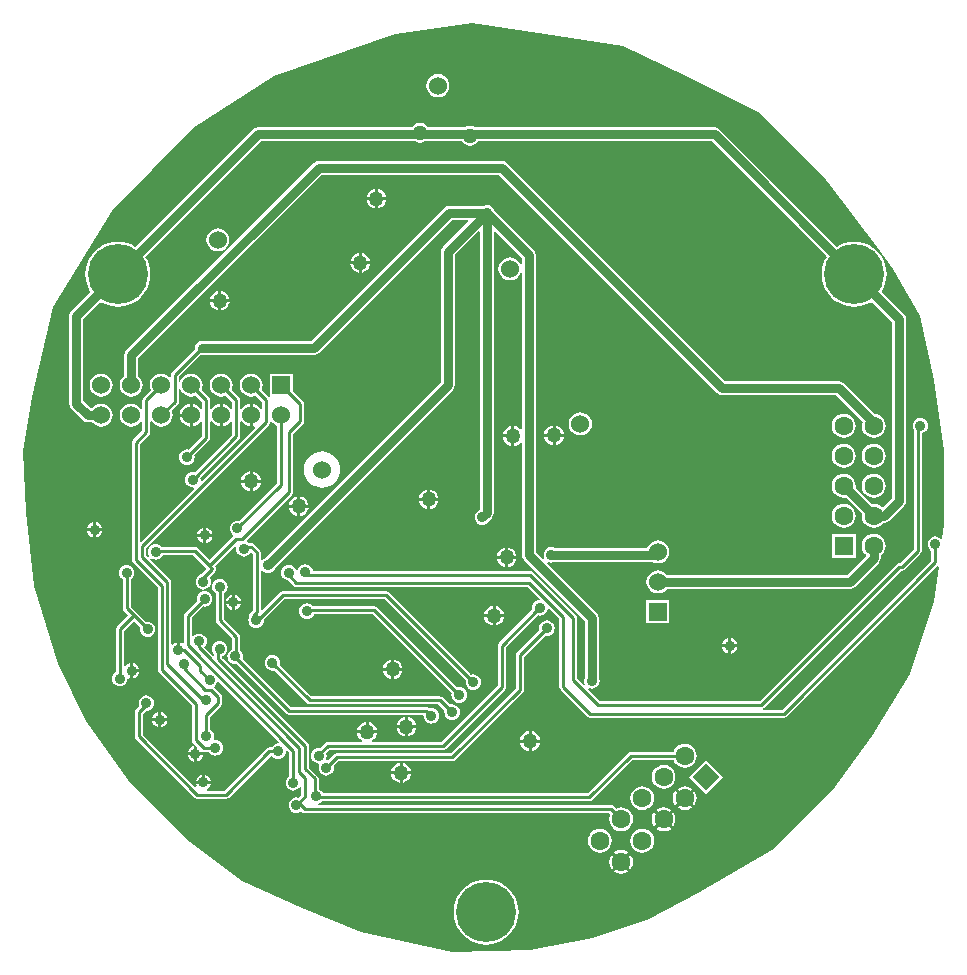
<source format=gbl>
%FSLAX25Y25*%
%MOIN*%
G70*
G01*
G75*
G04 Layer_Physical_Order=2*
G04 Layer_Color=16711680*
G04:AMPARAMS|DCode=10|XSize=11.81mil|YSize=70.87mil|CornerRadius=0mil|HoleSize=0mil|Usage=FLASHONLY|Rotation=225.000|XOffset=0mil|YOffset=0mil|HoleType=Round|Shape=Round|*
%AMOVALD10*
21,1,0.05906,0.01181,0.00000,0.00000,315.0*
1,1,0.01181,-0.02088,0.02088*
1,1,0.01181,0.02088,-0.02088*
%
%ADD10OVALD10*%

G04:AMPARAMS|DCode=11|XSize=11.81mil|YSize=70.87mil|CornerRadius=0mil|HoleSize=0mil|Usage=FLASHONLY|Rotation=135.000|XOffset=0mil|YOffset=0mil|HoleType=Round|Shape=Round|*
%AMOVALD11*
21,1,0.05906,0.01181,0.00000,0.00000,225.0*
1,1,0.01181,0.02088,0.02088*
1,1,0.01181,-0.02088,-0.02088*
%
%ADD11OVALD11*%

G04:AMPARAMS|DCode=12|XSize=47.24mil|YSize=59.06mil|CornerRadius=11.81mil|HoleSize=0mil|Usage=FLASHONLY|Rotation=270.000|XOffset=0mil|YOffset=0mil|HoleType=Round|Shape=RoundedRectangle|*
%AMROUNDEDRECTD12*
21,1,0.04724,0.03543,0,0,270.0*
21,1,0.02362,0.05906,0,0,270.0*
1,1,0.02362,-0.01772,-0.01181*
1,1,0.02362,-0.01772,0.01181*
1,1,0.02362,0.01772,0.01181*
1,1,0.02362,0.01772,-0.01181*
%
%ADD12ROUNDEDRECTD12*%
G04:AMPARAMS|DCode=13|XSize=47.24mil|YSize=59.06mil|CornerRadius=11.81mil|HoleSize=0mil|Usage=FLASHONLY|Rotation=180.000|XOffset=0mil|YOffset=0mil|HoleType=Round|Shape=RoundedRectangle|*
%AMROUNDEDRECTD13*
21,1,0.04724,0.03543,0,0,180.0*
21,1,0.02362,0.05906,0,0,180.0*
1,1,0.02362,-0.01181,0.01772*
1,1,0.02362,0.01181,0.01772*
1,1,0.02362,0.01181,-0.01772*
1,1,0.02362,-0.01181,-0.01772*
%
%ADD13ROUNDEDRECTD13*%
%ADD14O,0.08661X0.02362*%
%ADD15R,0.03740X0.03543*%
%ADD16R,0.03740X0.03543*%
%ADD17R,0.06299X0.03937*%
%ADD18R,0.03543X0.03740*%
%ADD19R,0.03543X0.03740*%
%ADD20R,0.02362X0.05118*%
%ADD21R,0.10236X0.09449*%
%ADD22R,0.09449X0.10236*%
%ADD23R,0.07480X0.13386*%
%ADD24R,0.07874X0.05906*%
%ADD25R,0.02559X0.04331*%
%ADD26R,0.13386X0.07480*%
%ADD27C,0.01000*%
%ADD28C,0.03000*%
%ADD29C,0.02000*%
%ADD30R,0.06000X0.06000*%
%ADD31C,0.06000*%
%ADD32C,0.06299*%
%ADD33R,0.06299X0.06299*%
%ADD34R,0.06000X0.06000*%
%ADD35C,0.20000*%
%ADD36P,0.08908X4X270.0*%
%ADD37C,0.03543*%
%ADD38C,0.05000*%
G36*
X1222377Y1218193D02*
X1213842Y1209658D01*
X1213334Y1208897D01*
X1213155Y1208000D01*
Y1164471D01*
X1154590Y1105907D01*
X1154203Y1105746D01*
X1153666Y1105334D01*
X1153624Y1105280D01*
X1153151Y1105441D01*
Y1107775D01*
X1153050Y1108282D01*
X1152763Y1108712D01*
X1150937Y1110537D01*
X1150507Y1110825D01*
X1150000Y1110925D01*
X1149215D01*
X1148797Y1111246D01*
X1148171Y1111506D01*
X1148123Y1111648D01*
X1163537Y1127063D01*
X1163825Y1127493D01*
X1163925Y1128000D01*
Y1147351D01*
X1167137Y1150563D01*
X1167425Y1150993D01*
X1167525Y1151500D01*
X1167525Y1151500D01*
X1167525Y1151500D01*
Y1151500D01*
Y1157300D01*
X1167425Y1157807D01*
X1167137Y1158237D01*
X1163800Y1161574D01*
Y1167300D01*
X1156200D01*
Y1159828D01*
X1155738Y1159636D01*
X1153457Y1161917D01*
X1153702Y1162508D01*
X1153833Y1163500D01*
X1153702Y1164492D01*
X1153319Y1165416D01*
X1152710Y1166210D01*
X1151916Y1166819D01*
X1150992Y1167202D01*
X1150000Y1167333D01*
X1149008Y1167202D01*
X1148084Y1166819D01*
X1147290Y1166210D01*
X1146681Y1165416D01*
X1146298Y1164492D01*
X1146167Y1163500D01*
X1146298Y1162508D01*
X1146681Y1161584D01*
X1147290Y1160790D01*
X1148084Y1160181D01*
X1149008Y1159798D01*
X1150000Y1159667D01*
X1150992Y1159798D01*
X1151583Y1160043D01*
X1153675Y1157951D01*
Y1155731D01*
X1153201Y1155571D01*
X1152710Y1156210D01*
X1151916Y1156819D01*
X1150992Y1157202D01*
X1150500Y1157267D01*
Y1153499D01*
Y1149733D01*
X1150948Y1149792D01*
X1151169Y1149344D01*
X1133533Y1131707D01*
X1133084Y1131929D01*
X1133094Y1132000D01*
X1133010Y1132636D01*
X1145937Y1145563D01*
X1146225Y1145993D01*
X1146325Y1146500D01*
X1146325Y1146500D01*
X1146325Y1146500D01*
Y1146500D01*
Y1151269D01*
X1146799Y1151429D01*
X1147290Y1150790D01*
X1148084Y1150181D01*
X1149008Y1149798D01*
X1149500Y1149733D01*
Y1153499D01*
Y1157267D01*
X1149008Y1157202D01*
X1148084Y1156819D01*
X1147290Y1156210D01*
X1146799Y1155571D01*
X1146325Y1155731D01*
Y1158500D01*
X1146225Y1159007D01*
X1145937Y1159437D01*
X1143457Y1161917D01*
X1143702Y1162508D01*
X1143833Y1163500D01*
X1143702Y1164492D01*
X1143319Y1165416D01*
X1142710Y1166210D01*
X1141916Y1166819D01*
X1140992Y1167202D01*
X1140000Y1167333D01*
X1139008Y1167202D01*
X1138084Y1166819D01*
X1137290Y1166210D01*
X1136681Y1165416D01*
X1136298Y1164492D01*
X1136167Y1163500D01*
X1136298Y1162508D01*
X1136681Y1161584D01*
X1137290Y1160790D01*
X1138084Y1160181D01*
X1139008Y1159798D01*
X1140000Y1159667D01*
X1140992Y1159798D01*
X1141583Y1160043D01*
X1143674Y1157951D01*
Y1155731D01*
X1143201Y1155571D01*
X1142710Y1156210D01*
X1141916Y1156819D01*
X1140992Y1157202D01*
X1140500Y1157267D01*
Y1153499D01*
Y1149733D01*
X1140992Y1149798D01*
X1141916Y1150181D01*
X1142710Y1150790D01*
X1143201Y1151429D01*
X1143674Y1151269D01*
Y1147049D01*
X1131136Y1134510D01*
X1130500Y1134594D01*
X1129829Y1134505D01*
X1129203Y1134246D01*
X1128666Y1133834D01*
X1128254Y1133297D01*
X1127995Y1132671D01*
X1127906Y1132000D01*
X1127995Y1131329D01*
X1128254Y1130703D01*
X1128666Y1130166D01*
X1129203Y1129754D01*
X1129829Y1129494D01*
X1130500Y1129406D01*
X1130571Y1129416D01*
X1130793Y1128967D01*
X1113187Y1111362D01*
X1112726Y1111553D01*
Y1143751D01*
X1115937Y1146963D01*
X1116225Y1147393D01*
X1116325Y1147900D01*
X1116325Y1147900D01*
X1116325Y1147900D01*
Y1147900D01*
Y1151269D01*
X1116799Y1151429D01*
X1117290Y1150790D01*
X1118084Y1150181D01*
X1119008Y1149798D01*
X1120000Y1149667D01*
X1120992Y1149798D01*
X1121916Y1150181D01*
X1122710Y1150790D01*
X1123319Y1151584D01*
X1123702Y1152508D01*
X1123833Y1153500D01*
X1123702Y1154492D01*
X1123457Y1155083D01*
X1125437Y1157063D01*
X1125437Y1157063D01*
X1125437Y1157063D01*
X1125725Y1157493D01*
X1125826Y1158000D01*
Y1162367D01*
X1126316Y1162464D01*
X1126681Y1161584D01*
X1127290Y1160790D01*
X1128084Y1160181D01*
X1129008Y1159798D01*
X1130000Y1159667D01*
X1130992Y1159798D01*
X1131583Y1160043D01*
X1133675Y1157951D01*
Y1155731D01*
X1133201Y1155571D01*
X1132710Y1156210D01*
X1131916Y1156819D01*
X1130992Y1157202D01*
X1130500Y1157267D01*
Y1153499D01*
Y1149733D01*
X1130992Y1149798D01*
X1131916Y1150181D01*
X1132710Y1150790D01*
X1133201Y1151429D01*
X1133675Y1151269D01*
Y1146549D01*
X1129136Y1142010D01*
X1128500Y1142094D01*
X1127829Y1142006D01*
X1127203Y1141746D01*
X1126666Y1141334D01*
X1126254Y1140797D01*
X1125994Y1140171D01*
X1125906Y1139500D01*
X1125994Y1138829D01*
X1126254Y1138203D01*
X1126666Y1137666D01*
X1127203Y1137254D01*
X1127829Y1136994D01*
X1128500Y1136906D01*
X1129171Y1136994D01*
X1129797Y1137254D01*
X1130334Y1137666D01*
X1130746Y1138203D01*
X1131005Y1138829D01*
X1131094Y1139500D01*
X1131010Y1140136D01*
X1135937Y1145063D01*
X1136225Y1145493D01*
X1136325Y1146000D01*
Y1151269D01*
X1136799Y1151429D01*
X1137290Y1150790D01*
X1138084Y1150181D01*
X1139008Y1149798D01*
X1139500Y1149733D01*
Y1153499D01*
Y1157267D01*
X1139008Y1157202D01*
X1138084Y1156819D01*
X1137290Y1156210D01*
X1136799Y1155571D01*
X1136325Y1155731D01*
Y1158500D01*
X1136225Y1159007D01*
X1135937Y1159437D01*
X1133457Y1161917D01*
X1133702Y1162508D01*
X1133833Y1163500D01*
X1133702Y1164492D01*
X1133319Y1165416D01*
X1132710Y1166210D01*
X1131916Y1166819D01*
X1130992Y1167202D01*
X1130000Y1167333D01*
X1129008Y1167202D01*
X1128084Y1166819D01*
X1127290Y1166210D01*
X1126681Y1165416D01*
X1126316Y1164536D01*
X1125826Y1164633D01*
Y1166451D01*
X1133107Y1173733D01*
X1133500Y1173655D01*
X1171000D01*
X1171897Y1173833D01*
X1172658Y1174342D01*
X1216971Y1218655D01*
X1222185D01*
X1222377Y1218193D01*
D02*
G37*
G36*
X1248000Y1280656D02*
X1274000Y1276656D01*
X1295000Y1266656D01*
X1319500Y1254156D01*
X1342000Y1231656D01*
X1358500Y1209656D01*
X1364000Y1202156D01*
X1373000Y1186656D01*
X1377500Y1165156D01*
X1381000Y1141656D01*
Y1117156D01*
X1380361Y1112406D01*
X1379877Y1112278D01*
X1379834Y1112334D01*
X1379297Y1112746D01*
X1378671Y1113006D01*
X1378000Y1113094D01*
X1377329Y1113006D01*
X1376703Y1112746D01*
X1376166Y1112334D01*
X1375754Y1111797D01*
X1375494Y1111171D01*
X1375406Y1110500D01*
X1375494Y1109829D01*
X1375754Y1109203D01*
X1376166Y1108666D01*
X1376674Y1108276D01*
Y1105049D01*
X1326951Y1055326D01*
X1320695D01*
X1320550Y1055804D01*
X1320937Y1056063D01*
X1366549Y1101674D01*
X1366800D01*
X1367307Y1101775D01*
X1367737Y1102063D01*
X1367737Y1102063D01*
X1367737Y1102063D01*
X1373037Y1107363D01*
X1373325Y1107793D01*
X1373425Y1108300D01*
Y1147462D01*
X1373671Y1147495D01*
X1374297Y1147754D01*
X1374834Y1148166D01*
X1375246Y1148703D01*
X1375506Y1149329D01*
X1375594Y1150000D01*
X1375506Y1150671D01*
X1375246Y1151297D01*
X1374834Y1151834D01*
X1374297Y1152246D01*
X1373671Y1152505D01*
X1373000Y1152594D01*
X1372329Y1152505D01*
X1371703Y1152246D01*
X1371166Y1151834D01*
X1370754Y1151297D01*
X1370494Y1150671D01*
X1370406Y1150000D01*
X1370494Y1149329D01*
X1370754Y1148703D01*
X1370774Y1148676D01*
Y1108849D01*
X1366251Y1104325D01*
X1366000D01*
X1365493Y1104225D01*
X1365063Y1103937D01*
X1319451Y1058325D01*
X1266049D01*
X1262115Y1062259D01*
X1262393Y1062675D01*
X1262829Y1062494D01*
X1263500Y1062406D01*
X1264171Y1062494D01*
X1264797Y1062754D01*
X1265334Y1063166D01*
X1265746Y1063703D01*
X1266006Y1064329D01*
X1266094Y1065000D01*
X1266006Y1065671D01*
X1265845Y1066059D01*
Y1086000D01*
X1265666Y1086897D01*
X1265158Y1087658D01*
X1265158Y1087658D01*
X1248516Y1104300D01*
X1248794Y1104716D01*
X1249329Y1104494D01*
X1250000Y1104406D01*
X1250671Y1104494D01*
X1251059Y1104655D01*
X1283646D01*
X1284508Y1104298D01*
X1285500Y1104167D01*
X1286492Y1104298D01*
X1287416Y1104681D01*
X1288210Y1105290D01*
X1288819Y1106084D01*
X1289202Y1107008D01*
X1289333Y1108000D01*
X1289202Y1108992D01*
X1288819Y1109916D01*
X1288210Y1110710D01*
X1287416Y1111319D01*
X1286492Y1111702D01*
X1285500Y1111833D01*
X1284508Y1111702D01*
X1283584Y1111319D01*
X1282790Y1110710D01*
X1282181Y1109916D01*
X1281944Y1109345D01*
X1251059D01*
X1250671Y1109505D01*
X1250000Y1109594D01*
X1249329Y1109505D01*
X1248703Y1109246D01*
X1248166Y1108834D01*
X1247754Y1108297D01*
X1247495Y1107671D01*
X1247406Y1107000D01*
X1247495Y1106329D01*
X1247716Y1105794D01*
X1247300Y1105516D01*
X1244845Y1107971D01*
Y1207000D01*
X1244666Y1207897D01*
X1244158Y1208658D01*
X1230907Y1221910D01*
X1230746Y1222297D01*
X1230334Y1222834D01*
X1229797Y1223246D01*
X1229171Y1223505D01*
X1228500Y1223594D01*
X1227829Y1223505D01*
X1227441Y1223345D01*
X1216000D01*
X1215103Y1223166D01*
X1214342Y1222658D01*
X1170029Y1178345D01*
X1133500D01*
X1132603Y1178166D01*
X1131842Y1177658D01*
X1131334Y1176897D01*
X1131155Y1176000D01*
X1131233Y1175607D01*
X1123563Y1167937D01*
X1123275Y1167507D01*
X1123174Y1167000D01*
Y1166368D01*
X1122710Y1166210D01*
X1121916Y1166819D01*
X1120992Y1167202D01*
X1120000Y1167333D01*
X1119008Y1167202D01*
X1118084Y1166819D01*
X1117290Y1166210D01*
X1116681Y1165416D01*
X1116298Y1164492D01*
X1116167Y1163500D01*
X1116298Y1162508D01*
X1116543Y1161917D01*
X1114063Y1159437D01*
X1113775Y1159007D01*
X1113675Y1158500D01*
Y1155731D01*
X1113201Y1155571D01*
X1112710Y1156210D01*
X1111916Y1156819D01*
X1110992Y1157202D01*
X1110000Y1157333D01*
X1109008Y1157202D01*
X1108084Y1156819D01*
X1107290Y1156210D01*
X1106681Y1155416D01*
X1106298Y1154492D01*
X1106167Y1153500D01*
X1106298Y1152508D01*
X1106681Y1151584D01*
X1107290Y1150790D01*
X1108084Y1150181D01*
X1109008Y1149798D01*
X1110000Y1149667D01*
X1110992Y1149798D01*
X1111916Y1150181D01*
X1112710Y1150790D01*
X1113201Y1151429D01*
X1113675Y1151269D01*
Y1148449D01*
X1110463Y1145237D01*
X1110175Y1144807D01*
X1110075Y1144300D01*
Y1105400D01*
X1110175Y1104893D01*
X1110463Y1104463D01*
X1118775Y1096151D01*
Y1068700D01*
X1118875Y1068193D01*
X1119163Y1067763D01*
X1119163Y1067763D01*
X1119163Y1067763D01*
X1130274Y1056651D01*
Y1045100D01*
X1130375Y1044593D01*
X1130663Y1044163D01*
X1131193Y1043632D01*
X1131033Y1043159D01*
X1131300Y1043194D01*
X1131681Y1043144D01*
X1131800Y1043025D01*
Y1041100D01*
X1133828D01*
X1133844Y1040979D01*
X1134100Y1041275D01*
D01*
D01*
X1134100D01*
Y1041275D01*
D01*
D01*
X1135776D01*
X1136166Y1040766D01*
X1136703Y1040354D01*
X1137329Y1040094D01*
X1138000Y1040006D01*
X1138671Y1040094D01*
X1139297Y1040354D01*
X1139834Y1040766D01*
X1140246Y1041303D01*
X1140506Y1041929D01*
X1140594Y1042600D01*
X1140506Y1043271D01*
X1140246Y1043897D01*
X1139834Y1044434D01*
X1139297Y1044846D01*
X1138671Y1045105D01*
X1138000Y1045194D01*
X1137694Y1045154D01*
X1137390Y1045550D01*
X1137506Y1045829D01*
X1137594Y1046500D01*
X1137506Y1047171D01*
X1137246Y1047797D01*
X1136834Y1048334D01*
X1136325Y1048724D01*
Y1053051D01*
X1139937Y1056663D01*
X1140225Y1057093D01*
X1140326Y1057600D01*
Y1059600D01*
X1140225Y1060107D01*
X1139937Y1060537D01*
X1137637Y1062837D01*
X1137631Y1063033D01*
X1137934Y1063266D01*
X1138346Y1063803D01*
X1138605Y1064429D01*
X1138624Y1064568D01*
X1139097Y1064728D01*
X1159293Y1044533D01*
X1159072Y1044084D01*
X1159000Y1044094D01*
X1158329Y1044005D01*
X1157703Y1043746D01*
X1157166Y1043334D01*
X1156776Y1042826D01*
X1156000D01*
X1155493Y1042725D01*
X1155063Y1042437D01*
X1140951Y1028325D01*
X1135303D01*
X1135206Y1028816D01*
X1135297Y1028854D01*
X1135834Y1029266D01*
X1136246Y1029803D01*
X1136506Y1030429D01*
X1136528Y1030600D01*
X1131472D01*
X1131495Y1030429D01*
X1131746Y1029822D01*
X1131330Y1029545D01*
X1113826Y1047049D01*
Y1053951D01*
X1114806Y1054932D01*
X1115000Y1054906D01*
X1115671Y1054994D01*
X1116297Y1055254D01*
X1116834Y1055666D01*
X1117246Y1056203D01*
X1117505Y1056829D01*
X1117594Y1057500D01*
X1117505Y1058171D01*
X1117246Y1058797D01*
X1116834Y1059334D01*
X1116297Y1059746D01*
X1115671Y1060005D01*
X1115000Y1060094D01*
X1114329Y1060005D01*
X1113703Y1059746D01*
X1113166Y1059334D01*
X1112754Y1058797D01*
X1112494Y1058171D01*
X1112406Y1057500D01*
X1112494Y1056829D01*
X1112629Y1056504D01*
X1111563Y1055437D01*
X1111275Y1055007D01*
X1111174Y1054500D01*
Y1046500D01*
X1111275Y1045993D01*
X1111563Y1045563D01*
X1131063Y1026063D01*
X1131493Y1025775D01*
X1132000Y1025675D01*
X1141500D01*
X1142007Y1025775D01*
X1142437Y1026063D01*
X1156409Y1040035D01*
X1156908Y1040002D01*
X1157166Y1039666D01*
X1157703Y1039254D01*
X1158329Y1038995D01*
X1159000Y1038906D01*
X1159671Y1038995D01*
X1160297Y1039254D01*
X1160834Y1039666D01*
X1161246Y1040203D01*
X1161506Y1040829D01*
X1161594Y1041500D01*
X1161584Y1041572D01*
X1162033Y1041793D01*
X1162675Y1041151D01*
Y1033224D01*
X1162166Y1032834D01*
X1161754Y1032297D01*
X1161495Y1031671D01*
X1161406Y1031000D01*
X1161495Y1030329D01*
X1161754Y1029703D01*
X1162166Y1029166D01*
X1162703Y1028754D01*
X1163329Y1028494D01*
X1164000Y1028406D01*
X1164671Y1028494D01*
X1165297Y1028754D01*
X1165834Y1029166D01*
X1166201Y1029644D01*
X1166675Y1029483D01*
Y1027049D01*
X1165636Y1026010D01*
X1165000Y1026094D01*
X1164329Y1026005D01*
X1163703Y1025746D01*
X1163166Y1025334D01*
X1162754Y1024797D01*
X1162494Y1024171D01*
X1162406Y1023500D01*
X1162494Y1022829D01*
X1162754Y1022203D01*
X1163166Y1021666D01*
X1163703Y1021254D01*
X1164329Y1020994D01*
X1165000Y1020906D01*
X1165671Y1020994D01*
X1166297Y1021254D01*
X1166622Y1021503D01*
X1166863Y1021263D01*
X1167293Y1020975D01*
X1167800Y1020875D01*
X1269309D01*
X1269686Y1020497D01*
X1269410Y1019831D01*
X1269274Y1018800D01*
X1269410Y1017769D01*
X1269808Y1016808D01*
X1270441Y1015983D01*
X1271266Y1015350D01*
X1272227Y1014952D01*
X1273258Y1014816D01*
X1274289Y1014952D01*
X1275250Y1015350D01*
X1276075Y1015983D01*
X1276708Y1016808D01*
X1277106Y1017769D01*
X1277242Y1018800D01*
X1277106Y1019831D01*
X1276708Y1020792D01*
X1276075Y1021617D01*
X1275250Y1022250D01*
X1274289Y1022648D01*
X1273258Y1022784D01*
X1272227Y1022648D01*
X1271560Y1022372D01*
X1270795Y1023137D01*
X1270365Y1023425D01*
X1269858Y1023526D01*
X1172320D01*
X1172223Y1024016D01*
X1172797Y1024254D01*
X1173334Y1024666D01*
X1173494Y1024874D01*
X1262700D01*
X1263207Y1024975D01*
X1263637Y1025263D01*
X1263637Y1025263D01*
X1263637Y1025263D01*
X1277062Y1038688D01*
X1290745D01*
X1291021Y1038021D01*
X1291654Y1037196D01*
X1292479Y1036563D01*
X1293440Y1036165D01*
X1294471Y1036030D01*
X1295502Y1036165D01*
X1296463Y1036563D01*
X1297288Y1037196D01*
X1297921Y1038021D01*
X1298319Y1038982D01*
X1298455Y1040013D01*
X1298319Y1041044D01*
X1297921Y1042005D01*
X1297288Y1042830D01*
X1296463Y1043463D01*
X1295502Y1043861D01*
X1294471Y1043997D01*
X1293440Y1043861D01*
X1292479Y1043463D01*
X1291654Y1042830D01*
X1291021Y1042005D01*
X1290745Y1041339D01*
X1276513D01*
X1276006Y1041238D01*
X1275576Y1040950D01*
X1262151Y1027526D01*
X1173859D01*
X1173746Y1027797D01*
X1173334Y1028334D01*
X1172797Y1028746D01*
X1172396Y1028912D01*
Y1032429D01*
X1172296Y1032936D01*
X1172008Y1033366D01*
X1169326Y1036049D01*
Y1043200D01*
X1169225Y1043707D01*
X1168937Y1044137D01*
X1140326Y1072749D01*
Y1073200D01*
X1140697Y1073354D01*
X1141234Y1073766D01*
X1141646Y1074303D01*
X1141905Y1074929D01*
X1141994Y1075600D01*
X1141905Y1076271D01*
X1141646Y1076897D01*
X1141234Y1077434D01*
X1140697Y1077846D01*
X1140071Y1078106D01*
X1139400Y1078194D01*
X1138729Y1078106D01*
X1138103Y1077846D01*
X1137566Y1077434D01*
X1137154Y1076897D01*
X1136895Y1076271D01*
X1136806Y1075600D01*
X1136895Y1074929D01*
X1137154Y1074303D01*
X1137566Y1073766D01*
X1137675Y1073353D01*
X1137213Y1073162D01*
X1134364Y1076010D01*
X1134384Y1076316D01*
X1134796Y1076853D01*
X1135056Y1077479D01*
X1135144Y1078150D01*
X1135056Y1078821D01*
X1134796Y1079447D01*
X1134384Y1079984D01*
X1133847Y1080396D01*
X1133221Y1080655D01*
X1132550Y1080744D01*
X1131879Y1080655D01*
X1131253Y1080396D01*
X1130716Y1079984D01*
X1130599Y1079832D01*
X1130126Y1079992D01*
Y1086151D01*
X1133764Y1089790D01*
X1134400Y1089706D01*
X1135071Y1089795D01*
X1135697Y1090054D01*
X1136234Y1090466D01*
X1136646Y1091003D01*
X1136905Y1091629D01*
X1136994Y1092300D01*
X1136905Y1092971D01*
X1136646Y1093597D01*
X1136234Y1094134D01*
X1135697Y1094546D01*
X1135071Y1094806D01*
X1134400Y1094894D01*
X1133729Y1094806D01*
X1133103Y1094546D01*
X1132566Y1094134D01*
X1132154Y1093597D01*
X1131894Y1092971D01*
X1131806Y1092300D01*
X1131890Y1091664D01*
X1127863Y1087637D01*
X1127575Y1087207D01*
X1127474Y1086700D01*
Y1077745D01*
X1127026Y1077524D01*
X1126997Y1077546D01*
X1126371Y1077806D01*
X1126200Y1077828D01*
Y1075299D01*
X1125200D01*
Y1077828D01*
X1125029Y1077806D01*
X1124403Y1077546D01*
X1123866Y1077134D01*
X1123799Y1077047D01*
X1123326Y1077208D01*
Y1097900D01*
X1123225Y1098407D01*
X1122937Y1098837D01*
X1116291Y1105484D01*
X1116620Y1105860D01*
X1116784Y1105734D01*
X1117409Y1105475D01*
X1118081Y1105387D01*
X1118752Y1105475D01*
X1119378Y1105734D01*
X1119915Y1106147D01*
X1120327Y1106684D01*
X1120406Y1106874D01*
X1130651D01*
X1135176Y1102350D01*
X1133331Y1100506D01*
X1133329Y1100506D01*
X1132703Y1100246D01*
X1132166Y1099834D01*
X1131754Y1099297D01*
X1131495Y1098671D01*
X1131406Y1098000D01*
X1131495Y1097329D01*
X1131754Y1096703D01*
X1132166Y1096166D01*
X1132703Y1095754D01*
X1133329Y1095494D01*
X1134000Y1095406D01*
X1134671Y1095494D01*
X1135297Y1095754D01*
X1135834Y1096166D01*
X1136246Y1096703D01*
X1136506Y1097329D01*
X1136594Y1098000D01*
X1136506Y1098671D01*
X1136246Y1099297D01*
X1136084Y1099509D01*
X1137987Y1101413D01*
X1138275Y1101843D01*
X1138375Y1102350D01*
X1138275Y1102857D01*
X1137987Y1103287D01*
X1144539Y1109839D01*
X1144987Y1109618D01*
X1144906Y1109000D01*
X1144995Y1108329D01*
X1145254Y1107703D01*
X1145666Y1107166D01*
X1146203Y1106754D01*
X1146829Y1106495D01*
X1147500Y1106406D01*
X1148171Y1106495D01*
X1148797Y1106754D01*
X1149334Y1107166D01*
X1149635Y1107559D01*
X1150134Y1107591D01*
X1150500Y1107226D01*
Y1088375D01*
X1149563Y1087437D01*
X1149275Y1087007D01*
X1149174Y1086500D01*
X1149222Y1086263D01*
X1149233Y1086206D01*
X1149094Y1085871D01*
X1149006Y1085200D01*
X1149094Y1084529D01*
X1149354Y1083903D01*
X1149766Y1083366D01*
X1150303Y1082954D01*
X1150929Y1082695D01*
X1151600Y1082606D01*
X1152271Y1082695D01*
X1152897Y1082954D01*
X1153434Y1083366D01*
X1153846Y1083903D01*
X1154105Y1084529D01*
X1154194Y1085200D01*
X1154180Y1085306D01*
X1161049Y1092175D01*
X1194451D01*
X1221490Y1065136D01*
X1221406Y1064500D01*
X1221494Y1063829D01*
X1221754Y1063203D01*
X1222166Y1062666D01*
X1222703Y1062254D01*
X1223329Y1061994D01*
X1224000Y1061906D01*
X1224671Y1061994D01*
X1225297Y1062254D01*
X1225834Y1062666D01*
X1226246Y1063203D01*
X1226505Y1063829D01*
X1226594Y1064500D01*
X1226505Y1065171D01*
X1226246Y1065797D01*
X1225834Y1066334D01*
X1225297Y1066746D01*
X1224671Y1067006D01*
X1224000Y1067094D01*
X1223364Y1067010D01*
X1195937Y1094437D01*
X1195507Y1094725D01*
X1195000Y1094825D01*
X1160500D01*
X1159993Y1094725D01*
X1159563Y1094437D01*
X1153613Y1088487D01*
X1153151Y1088679D01*
Y1101559D01*
X1153624Y1101720D01*
X1153666Y1101666D01*
X1154203Y1101254D01*
X1154829Y1100994D01*
X1155500Y1100906D01*
X1156171Y1100994D01*
X1156797Y1101254D01*
X1157334Y1101666D01*
X1157746Y1102203D01*
X1157907Y1102590D01*
X1217158Y1161842D01*
X1217158Y1161842D01*
X1217158Y1161842D01*
X1217667Y1162603D01*
X1217845Y1163500D01*
Y1207029D01*
X1225693Y1214877D01*
X1226155Y1214685D01*
Y1121971D01*
X1226090Y1121907D01*
X1225703Y1121746D01*
X1225166Y1121334D01*
X1224754Y1120797D01*
X1224494Y1120171D01*
X1224406Y1119500D01*
X1224494Y1118829D01*
X1224754Y1118203D01*
X1225166Y1117666D01*
X1225703Y1117254D01*
X1226329Y1116994D01*
X1227000Y1116906D01*
X1227671Y1116994D01*
X1228297Y1117254D01*
X1228834Y1117666D01*
X1229246Y1118203D01*
X1229407Y1118590D01*
X1230158Y1119342D01*
X1230667Y1120103D01*
X1230845Y1121000D01*
Y1214685D01*
X1231307Y1214877D01*
X1240155Y1206029D01*
Y1203900D01*
X1239664Y1203802D01*
X1239474Y1204261D01*
X1238865Y1205055D01*
X1238071Y1205664D01*
X1237147Y1206047D01*
X1236155Y1206178D01*
X1235163Y1206047D01*
X1234239Y1205664D01*
X1233445Y1205055D01*
X1232836Y1204261D01*
X1232453Y1203337D01*
X1232322Y1202345D01*
X1232453Y1201353D01*
X1232836Y1200429D01*
X1233445Y1199635D01*
X1234239Y1199026D01*
X1235163Y1198643D01*
X1236155Y1198512D01*
X1237147Y1198643D01*
X1238071Y1199026D01*
X1238865Y1199635D01*
X1239474Y1200429D01*
X1239664Y1200888D01*
X1240155Y1200791D01*
Y1148948D01*
X1239682Y1148787D01*
X1239554Y1148954D01*
X1238864Y1149483D01*
X1238062Y1149815D01*
X1237700Y1149863D01*
Y1146599D01*
Y1143337D01*
X1238062Y1143385D01*
X1238864Y1143717D01*
X1239554Y1144246D01*
X1239682Y1144413D01*
X1240155Y1144252D01*
Y1107000D01*
X1240333Y1106103D01*
X1240842Y1105342D01*
X1261155Y1085029D01*
Y1066059D01*
X1260995Y1065671D01*
X1260906Y1065000D01*
X1260995Y1064329D01*
X1261175Y1063893D01*
X1260759Y1063615D01*
X1258525Y1065849D01*
Y1085900D01*
X1258425Y1086407D01*
X1258137Y1086837D01*
X1243837Y1101137D01*
X1243407Y1101425D01*
X1242900Y1101525D01*
X1170451D01*
X1170405Y1101871D01*
X1170146Y1102497D01*
X1169734Y1103034D01*
X1169197Y1103446D01*
X1168571Y1103706D01*
X1167900Y1103794D01*
X1167229Y1103706D01*
X1166603Y1103446D01*
X1166066Y1103034D01*
X1165654Y1102497D01*
X1165409Y1101905D01*
X1165137D01*
X1164895Y1101937D01*
X1164746Y1102297D01*
X1164334Y1102834D01*
X1163797Y1103246D01*
X1163171Y1103506D01*
X1162500Y1103594D01*
X1161829Y1103506D01*
X1161203Y1103246D01*
X1160666Y1102834D01*
X1160254Y1102297D01*
X1159995Y1101671D01*
X1159906Y1101000D01*
X1159995Y1100329D01*
X1160254Y1099703D01*
X1160666Y1099166D01*
X1161203Y1098754D01*
X1161829Y1098495D01*
X1162292Y1098433D01*
X1164063Y1096663D01*
X1164063Y1096663D01*
X1164063D01*
X1164063Y1096663D01*
X1164063D01*
X1164063Y1096663D01*
Y1096663D01*
Y1096663D01*
D01*
D01*
X1164063D01*
Y1096663D01*
X1164493Y1096375D01*
X1165000Y1096274D01*
X1242151D01*
X1246093Y1092332D01*
X1245933Y1091859D01*
X1245529Y1091805D01*
X1244903Y1091546D01*
X1244366Y1091134D01*
X1243954Y1090597D01*
X1243694Y1089971D01*
X1243606Y1089300D01*
X1243678Y1088753D01*
X1232563Y1077637D01*
X1232275Y1077207D01*
X1232174Y1076700D01*
Y1063549D01*
X1213251Y1044625D01*
X1190358D01*
X1190260Y1045116D01*
X1190264Y1045117D01*
X1190954Y1045646D01*
X1191483Y1046336D01*
X1191815Y1047139D01*
X1191863Y1047500D01*
X1185337D01*
X1185385Y1047139D01*
X1185717Y1046336D01*
X1186246Y1045646D01*
X1186936Y1045117D01*
X1186940Y1045116D01*
X1186842Y1044625D01*
X1175400D01*
X1174893Y1044525D01*
X1174463Y1044237D01*
X1172782Y1042557D01*
X1172500Y1042594D01*
X1171829Y1042505D01*
X1171203Y1042246D01*
X1170666Y1041834D01*
X1170254Y1041297D01*
X1169995Y1040671D01*
X1169906Y1040000D01*
X1169995Y1039329D01*
X1170254Y1038703D01*
X1170666Y1038166D01*
X1171203Y1037754D01*
X1171829Y1037494D01*
X1172376Y1037422D01*
X1172534Y1037150D01*
X1172572Y1036858D01*
X1172495Y1036671D01*
X1172406Y1036000D01*
X1172495Y1035329D01*
X1172754Y1034703D01*
X1173166Y1034166D01*
X1173703Y1033754D01*
X1174329Y1033494D01*
X1175000Y1033406D01*
X1175671Y1033494D01*
X1176297Y1033754D01*
X1176834Y1034166D01*
X1177246Y1034703D01*
X1177505Y1035329D01*
X1177594Y1036000D01*
X1177510Y1036636D01*
X1179049Y1038175D01*
X1217000D01*
X1217507Y1038275D01*
X1217937Y1038563D01*
X1240437Y1061063D01*
X1240725Y1061493D01*
X1240825Y1062000D01*
X1240825Y1062000D01*
Y1072951D01*
X1247864Y1079990D01*
X1248500Y1079906D01*
X1249171Y1079994D01*
X1249797Y1080254D01*
X1250334Y1080666D01*
X1250746Y1081203D01*
X1251005Y1081829D01*
X1251094Y1082500D01*
X1251005Y1083171D01*
X1250746Y1083797D01*
X1250334Y1084334D01*
X1249797Y1084746D01*
X1249171Y1085005D01*
X1248500Y1085094D01*
X1247829Y1085005D01*
X1247203Y1084746D01*
X1246666Y1084334D01*
X1246254Y1083797D01*
X1245994Y1083171D01*
X1245906Y1082500D01*
X1245990Y1081864D01*
X1238563Y1074437D01*
X1238275Y1074007D01*
X1238175Y1073500D01*
Y1062549D01*
X1216451Y1040825D01*
X1178500D01*
X1177993Y1040725D01*
X1177563Y1040437D01*
X1175636Y1038510D01*
X1175000Y1038594D01*
X1174928Y1039141D01*
X1175006Y1039329D01*
X1175094Y1040000D01*
X1175006Y1040671D01*
X1174900Y1040926D01*
X1175949Y1041975D01*
X1213800D01*
X1214307Y1042075D01*
X1214737Y1042363D01*
X1234437Y1062063D01*
X1234725Y1062493D01*
X1234826Y1063000D01*
X1234826Y1063000D01*
X1234826Y1063000D01*
Y1063000D01*
Y1076151D01*
X1245487Y1086812D01*
X1245529Y1086794D01*
X1246200Y1086706D01*
X1246871Y1086794D01*
X1247497Y1087054D01*
X1248034Y1087466D01*
X1248446Y1088003D01*
X1248705Y1088629D01*
X1248759Y1089033D01*
X1249232Y1089193D01*
X1252674Y1085751D01*
Y1063000D01*
X1252775Y1062493D01*
X1253063Y1062063D01*
X1253063Y1062063D01*
X1253063Y1062063D01*
X1262063Y1053063D01*
X1262493Y1052775D01*
X1263000Y1052674D01*
X1327500D01*
X1328007Y1052775D01*
X1328437Y1053063D01*
X1378654Y1103279D01*
X1379102Y1103058D01*
X1377500Y1091156D01*
X1369500Y1067156D01*
X1357000Y1046656D01*
X1343500Y1028156D01*
X1323500Y1008656D01*
X1299000Y994156D01*
X1282500Y985656D01*
X1264000Y979156D01*
X1243000Y975156D01*
X1217000Y974656D01*
X1186500Y981156D01*
X1166740Y989156D01*
X1147000Y998156D01*
X1129500Y1011156D01*
X1110000Y1030656D01*
X1095000Y1051656D01*
X1085500Y1070656D01*
X1077500Y1096656D01*
X1075000Y1121156D01*
X1073900Y1141600D01*
X1077000Y1159656D01*
X1084000Y1189656D01*
X1103500Y1221656D01*
X1130500Y1249156D01*
X1157528Y1266656D01*
X1198000Y1280656D01*
X1223606Y1284156D01*
X1248000Y1280656D01*
D02*
G37*
G36*
X1157290Y1150790D02*
X1158084Y1150181D01*
X1158675Y1149936D01*
Y1130923D01*
X1146022Y1118271D01*
X1145386Y1118355D01*
X1144715Y1118266D01*
X1144089Y1118007D01*
X1143552Y1117595D01*
X1143140Y1117058D01*
X1142881Y1116432D01*
X1142792Y1115761D01*
X1142881Y1115089D01*
X1143140Y1114464D01*
X1143552Y1113927D01*
X1144001Y1113582D01*
X1144034Y1113083D01*
X1136113Y1105162D01*
X1132137Y1109137D01*
X1131707Y1109425D01*
X1131200Y1109525D01*
X1120137D01*
X1119915Y1109815D01*
X1119378Y1110227D01*
X1118752Y1110486D01*
X1118081Y1110575D01*
X1117409Y1110486D01*
X1116784Y1110227D01*
X1116247Y1109815D01*
X1115834Y1109278D01*
X1115575Y1108652D01*
X1115487Y1107981D01*
X1115575Y1107309D01*
X1115834Y1106684D01*
X1115960Y1106520D01*
X1115584Y1106191D01*
X1114826Y1106949D01*
Y1109251D01*
X1155937Y1150363D01*
X1155937Y1150363D01*
X1155937Y1150363D01*
X1156225Y1150793D01*
X1156325Y1151299D01*
X1156331Y1151300D01*
X1156898Y1151300D01*
X1157290Y1150790D01*
D02*
G37*
%LPC*%
G36*
X1157000Y1073594D02*
X1156329Y1073505D01*
X1155703Y1073246D01*
X1155166Y1072834D01*
X1154754Y1072297D01*
X1154494Y1071671D01*
X1154406Y1071000D01*
X1154494Y1070329D01*
X1154754Y1069703D01*
X1155166Y1069166D01*
X1155703Y1068754D01*
X1156329Y1068495D01*
X1157000Y1068406D01*
X1157636Y1068490D01*
X1168563Y1057563D01*
X1168993Y1057275D01*
X1169500Y1057174D01*
X1212251D01*
X1214378Y1055047D01*
X1214306Y1054500D01*
X1214394Y1053829D01*
X1214654Y1053203D01*
X1215066Y1052666D01*
X1215603Y1052254D01*
X1216229Y1051995D01*
X1216900Y1051906D01*
X1217571Y1051995D01*
X1218197Y1052254D01*
X1218734Y1052666D01*
X1219146Y1053203D01*
X1219405Y1053829D01*
X1219494Y1054500D01*
X1219405Y1055171D01*
X1219146Y1055797D01*
X1218734Y1056334D01*
X1218197Y1056746D01*
X1217571Y1057006D01*
X1216900Y1057094D01*
X1216229Y1057006D01*
X1216187Y1056988D01*
X1213737Y1059437D01*
X1213307Y1059725D01*
X1212800Y1059826D01*
X1170049D01*
X1159510Y1070364D01*
X1159594Y1071000D01*
X1159505Y1071671D01*
X1159246Y1072297D01*
X1158834Y1072834D01*
X1158297Y1073246D01*
X1157671Y1073505D01*
X1157000Y1073594D01*
D02*
G37*
G36*
X1119000Y1054528D02*
X1118829Y1054506D01*
X1118203Y1054246D01*
X1117666Y1053834D01*
X1117254Y1053297D01*
X1116994Y1052671D01*
X1116972Y1052500D01*
X1119000D01*
Y1054528D01*
D02*
G37*
G36*
X1120000D02*
Y1052500D01*
X1122028D01*
X1122005Y1052671D01*
X1121746Y1053297D01*
X1121334Y1053834D01*
X1120797Y1054246D01*
X1120171Y1054506D01*
X1120000Y1054528D01*
D02*
G37*
G36*
X1200363Y1068300D02*
X1197600D01*
Y1065537D01*
X1197962Y1065585D01*
X1198764Y1065917D01*
X1199454Y1066446D01*
X1199983Y1067136D01*
X1200315Y1067939D01*
X1200363Y1068300D01*
D02*
G37*
G36*
X1196600D02*
X1193837D01*
X1193885Y1067939D01*
X1194217Y1067136D01*
X1194746Y1066446D01*
X1195436Y1065917D01*
X1196239Y1065585D01*
X1196600Y1065537D01*
Y1068300D01*
D02*
G37*
G36*
X1168500Y1090794D02*
X1167829Y1090705D01*
X1167203Y1090446D01*
X1166666Y1090034D01*
X1166254Y1089497D01*
X1165994Y1088871D01*
X1165906Y1088200D01*
X1165994Y1087529D01*
X1166254Y1086903D01*
X1166666Y1086366D01*
X1167203Y1085954D01*
X1167829Y1085695D01*
X1168500Y1085606D01*
X1169171Y1085695D01*
X1169797Y1085954D01*
X1170334Y1086366D01*
X1170746Y1086903D01*
X1170859Y1087175D01*
X1190451D01*
X1216740Y1060886D01*
X1216656Y1060250D01*
X1216745Y1059579D01*
X1217004Y1058953D01*
X1217416Y1058416D01*
X1217953Y1058004D01*
X1218579Y1057745D01*
X1219250Y1057656D01*
X1219921Y1057745D01*
X1220547Y1058004D01*
X1221084Y1058416D01*
X1221496Y1058953D01*
X1221756Y1059579D01*
X1221844Y1060250D01*
X1221756Y1060921D01*
X1221496Y1061547D01*
X1221084Y1062084D01*
X1220547Y1062496D01*
X1219921Y1062755D01*
X1219250Y1062844D01*
X1218614Y1062760D01*
X1191937Y1089437D01*
X1191507Y1089725D01*
X1191000Y1089826D01*
X1170494D01*
X1170334Y1090034D01*
X1169797Y1090446D01*
X1169171Y1090705D01*
X1168500Y1090794D01*
D02*
G37*
G36*
X1188100Y1051263D02*
X1187739Y1051215D01*
X1186936Y1050883D01*
X1186246Y1050354D01*
X1185717Y1049664D01*
X1185385Y1048862D01*
X1185337Y1048500D01*
X1188100D01*
Y1051263D01*
D02*
G37*
G36*
X1189100D02*
Y1048500D01*
X1191863D01*
X1191815Y1048862D01*
X1191483Y1049664D01*
X1190954Y1050354D01*
X1190264Y1050883D01*
X1189462Y1051215D01*
X1189100Y1051263D01*
D02*
G37*
G36*
X1201200Y1049200D02*
X1198437D01*
X1198485Y1048839D01*
X1198817Y1048036D01*
X1199346Y1047346D01*
X1200036Y1046817D01*
X1200838Y1046485D01*
X1201200Y1046437D01*
Y1049200D01*
D02*
G37*
G36*
X1204963D02*
X1202200D01*
Y1046437D01*
X1202561Y1046485D01*
X1203364Y1046817D01*
X1204054Y1047346D01*
X1204583Y1048036D01*
X1204915Y1048839D01*
X1204963Y1049200D01*
D02*
G37*
G36*
X1119000Y1051500D02*
X1116972D01*
X1116994Y1051329D01*
X1117254Y1050703D01*
X1117666Y1050166D01*
X1118203Y1049754D01*
X1118829Y1049494D01*
X1119000Y1049472D01*
Y1051500D01*
D02*
G37*
G36*
X1202200Y1052963D02*
Y1050200D01*
X1204963D01*
X1204915Y1050562D01*
X1204583Y1051364D01*
X1204054Y1052054D01*
X1203364Y1052583D01*
X1202561Y1052915D01*
X1202200Y1052963D01*
D02*
G37*
G36*
X1139500Y1098994D02*
X1138829Y1098905D01*
X1138203Y1098646D01*
X1137666Y1098234D01*
X1137254Y1097697D01*
X1136994Y1097071D01*
X1136906Y1096400D01*
X1136994Y1095729D01*
X1137254Y1095103D01*
X1137666Y1094566D01*
X1138175Y1094176D01*
Y1085100D01*
X1138275Y1084593D01*
X1138563Y1084163D01*
X1138563Y1084163D01*
X1138563Y1084163D01*
X1143674Y1079051D01*
Y1075500D01*
X1143303Y1075346D01*
X1142766Y1074934D01*
X1142354Y1074397D01*
X1142095Y1073771D01*
X1142006Y1073100D01*
X1142095Y1072429D01*
X1142354Y1071803D01*
X1142766Y1071266D01*
X1143303Y1070854D01*
X1143929Y1070595D01*
X1144600Y1070506D01*
X1145059Y1070567D01*
X1161563Y1054063D01*
X1161993Y1053775D01*
X1162500Y1053675D01*
X1207078D01*
X1207406Y1053300D01*
X1207495Y1052629D01*
X1207754Y1052003D01*
X1208166Y1051466D01*
X1208703Y1051054D01*
X1209329Y1050795D01*
X1210000Y1050706D01*
X1210671Y1050795D01*
X1211297Y1051054D01*
X1211834Y1051466D01*
X1212246Y1052003D01*
X1212506Y1052629D01*
X1212594Y1053300D01*
X1212506Y1053971D01*
X1212246Y1054597D01*
X1211834Y1055134D01*
X1211297Y1055546D01*
X1210671Y1055805D01*
X1210000Y1055894D01*
X1209364Y1055810D01*
X1209237Y1055937D01*
X1208807Y1056225D01*
X1208300Y1056326D01*
X1163049D01*
X1147059Y1072316D01*
X1147106Y1072429D01*
X1147194Y1073100D01*
X1147106Y1073771D01*
X1146846Y1074397D01*
X1146434Y1074934D01*
X1146325Y1075018D01*
Y1079600D01*
X1146225Y1080107D01*
X1145937Y1080537D01*
X1140825Y1085649D01*
Y1094176D01*
X1141334Y1094566D01*
X1141746Y1095103D01*
X1142006Y1095729D01*
X1142094Y1096400D01*
X1142006Y1097071D01*
X1141746Y1097697D01*
X1141334Y1098234D01*
X1140797Y1098646D01*
X1140171Y1098905D01*
X1139500Y1098994D01*
D02*
G37*
G36*
X1122028Y1051500D02*
X1120000D01*
Y1049472D01*
X1120171Y1049494D01*
X1120797Y1049754D01*
X1121334Y1050166D01*
X1121746Y1050703D01*
X1122005Y1051329D01*
X1122028Y1051500D01*
D02*
G37*
G36*
X1201200Y1052963D02*
X1200838Y1052915D01*
X1200036Y1052583D01*
X1199346Y1052054D01*
X1198817Y1051364D01*
X1198485Y1050562D01*
X1198437Y1050200D01*
X1201200D01*
Y1052963D01*
D02*
G37*
G36*
X1234163Y1086200D02*
X1231400D01*
Y1083437D01*
X1231761Y1083485D01*
X1232564Y1083817D01*
X1233254Y1084346D01*
X1233783Y1085036D01*
X1234115Y1085839D01*
X1234163Y1086200D01*
D02*
G37*
G36*
X1230400D02*
X1227637D01*
X1227685Y1085839D01*
X1228017Y1085036D01*
X1228546Y1084346D01*
X1229236Y1083817D01*
X1230039Y1083485D01*
X1230400Y1083437D01*
Y1086200D01*
D02*
G37*
G36*
X1108400Y1103594D02*
X1107729Y1103506D01*
X1107103Y1103246D01*
X1106566Y1102834D01*
X1106154Y1102297D01*
X1105894Y1101671D01*
X1105806Y1101000D01*
X1105894Y1100329D01*
X1106154Y1099703D01*
X1106566Y1099166D01*
X1107075Y1098776D01*
Y1089140D01*
X1107175Y1088633D01*
X1107463Y1088203D01*
X1108895Y1086770D01*
X1105163Y1083037D01*
X1104875Y1082607D01*
X1104774Y1082100D01*
Y1067924D01*
X1104266Y1067534D01*
X1103854Y1066997D01*
X1103594Y1066371D01*
X1103506Y1065700D01*
X1103594Y1065029D01*
X1103854Y1064403D01*
X1104266Y1063866D01*
X1104803Y1063454D01*
X1105429Y1063194D01*
X1106100Y1063106D01*
X1106771Y1063194D01*
X1107397Y1063454D01*
X1107934Y1063866D01*
X1108346Y1064403D01*
X1108605Y1065029D01*
X1108690Y1065671D01*
X1108754Y1065708D01*
X1109425Y1065796D01*
X1109429Y1065794D01*
X1109600Y1065772D01*
Y1068299D01*
Y1070828D01*
X1109429Y1070805D01*
X1108803Y1070546D01*
X1108266Y1070134D01*
X1107899Y1069656D01*
X1107425Y1069817D01*
Y1081551D01*
X1110770Y1084896D01*
X1112890Y1082776D01*
X1112806Y1082140D01*
X1112895Y1081469D01*
X1113154Y1080843D01*
X1113566Y1080306D01*
X1114103Y1079894D01*
X1114729Y1079635D01*
X1115400Y1079546D01*
X1116071Y1079635D01*
X1116697Y1079894D01*
X1117234Y1080306D01*
X1117646Y1080843D01*
X1117906Y1081469D01*
X1117994Y1082140D01*
X1117906Y1082811D01*
X1117646Y1083437D01*
X1117234Y1083974D01*
X1116697Y1084386D01*
X1116071Y1084646D01*
X1115400Y1084734D01*
X1114764Y1084650D01*
X1111707Y1087707D01*
X1109725Y1089689D01*
Y1098776D01*
X1110234Y1099166D01*
X1110646Y1099703D01*
X1110905Y1100329D01*
X1110994Y1101000D01*
X1110905Y1101671D01*
X1110646Y1102297D01*
X1110234Y1102834D01*
X1109697Y1103246D01*
X1109071Y1103506D01*
X1108400Y1103594D01*
D02*
G37*
G36*
X1289300Y1091800D02*
X1281700D01*
Y1084200D01*
X1289300D01*
Y1091800D01*
D02*
G37*
G36*
X1143536Y1090700D02*
X1141508D01*
X1141531Y1090529D01*
X1141790Y1089903D01*
X1142202Y1089366D01*
X1142739Y1088954D01*
X1143365Y1088694D01*
X1143536Y1088672D01*
Y1090700D01*
D02*
G37*
G36*
X1231400Y1089963D02*
Y1087200D01*
X1234163D01*
X1234115Y1087562D01*
X1233783Y1088364D01*
X1233254Y1089054D01*
X1232564Y1089583D01*
X1231761Y1089915D01*
X1231400Y1089963D01*
D02*
G37*
G36*
X1230400D02*
X1230039Y1089915D01*
X1229236Y1089583D01*
X1228546Y1089054D01*
X1228017Y1088364D01*
X1227685Y1087562D01*
X1227637Y1087200D01*
X1230400D01*
Y1089963D01*
D02*
G37*
G36*
X1310000Y1079128D02*
Y1077100D01*
X1312028D01*
X1312006Y1077271D01*
X1311746Y1077897D01*
X1311334Y1078434D01*
X1310797Y1078846D01*
X1310171Y1079105D01*
X1310000Y1079128D01*
D02*
G37*
G36*
X1196600Y1072063D02*
X1196239Y1072015D01*
X1195436Y1071683D01*
X1194746Y1071154D01*
X1194217Y1070464D01*
X1193885Y1069662D01*
X1193837Y1069300D01*
X1196600D01*
Y1072063D01*
D02*
G37*
G36*
X1110600Y1070828D02*
Y1068800D01*
X1112628D01*
X1112605Y1068971D01*
X1112346Y1069597D01*
X1111934Y1070134D01*
X1111397Y1070546D01*
X1110771Y1070805D01*
X1110600Y1070828D01*
D02*
G37*
G36*
X1112628Y1067800D02*
X1110600D01*
Y1065772D01*
X1110771Y1065794D01*
X1111397Y1066054D01*
X1111934Y1066466D01*
X1112346Y1067003D01*
X1112605Y1067629D01*
X1112628Y1067800D01*
D02*
G37*
G36*
X1197600Y1072063D02*
Y1069300D01*
X1200363D01*
X1200315Y1069662D01*
X1199983Y1070464D01*
X1199454Y1071154D01*
X1198764Y1071683D01*
X1197962Y1072015D01*
X1197600Y1072063D01*
D02*
G37*
G36*
X1309000Y1079128D02*
X1308829Y1079105D01*
X1308203Y1078846D01*
X1307666Y1078434D01*
X1307254Y1077897D01*
X1306995Y1077271D01*
X1306972Y1077100D01*
X1309000D01*
Y1079128D01*
D02*
G37*
G36*
X1312028Y1076100D02*
X1310000D01*
Y1074072D01*
X1310171Y1074094D01*
X1310797Y1074354D01*
X1311334Y1074766D01*
X1311746Y1075303D01*
X1312006Y1075929D01*
X1312028Y1076100D01*
D02*
G37*
G36*
X1309000D02*
X1306972D01*
X1306995Y1075929D01*
X1307254Y1075303D01*
X1307666Y1074766D01*
X1308203Y1074354D01*
X1308829Y1074094D01*
X1309000Y1074072D01*
Y1076100D01*
D02*
G37*
G36*
X1287400Y1022784D02*
X1286369Y1022648D01*
X1285408Y1022250D01*
X1284983Y1021924D01*
X1287400Y1019507D01*
X1289817Y1021924D01*
X1289392Y1022250D01*
X1288431Y1022648D01*
X1287400Y1022784D01*
D02*
G37*
G36*
X1290524Y1021217D02*
X1288107Y1018800D01*
X1290524Y1016383D01*
X1290850Y1016808D01*
X1291248Y1017769D01*
X1291384Y1018800D01*
X1291248Y1019831D01*
X1290850Y1020792D01*
X1290524Y1021217D01*
D02*
G37*
G36*
X1284276D02*
X1283950Y1020792D01*
X1283552Y1019831D01*
X1283416Y1018800D01*
X1283552Y1017769D01*
X1283950Y1016808D01*
X1284276Y1016383D01*
X1286693Y1018800D01*
X1284276Y1021217D01*
D02*
G37*
G36*
X1280329Y1029855D02*
X1279298Y1029719D01*
X1278337Y1029321D01*
X1277512Y1028688D01*
X1276879Y1027863D01*
X1276481Y1026902D01*
X1276345Y1025871D01*
X1276481Y1024840D01*
X1276879Y1023879D01*
X1277512Y1023054D01*
X1278337Y1022421D01*
X1279298Y1022023D01*
X1280329Y1021887D01*
X1281360Y1022023D01*
X1282321Y1022421D01*
X1283146Y1023054D01*
X1283779Y1023879D01*
X1284177Y1024840D01*
X1284313Y1025871D01*
X1284177Y1026902D01*
X1283779Y1027863D01*
X1283146Y1028688D01*
X1282321Y1029321D01*
X1281360Y1029719D01*
X1280329Y1029855D01*
D02*
G37*
G36*
X1297595Y1028288D02*
X1295178Y1025871D01*
X1297595Y1023454D01*
X1297921Y1023879D01*
X1298319Y1024840D01*
X1298455Y1025871D01*
X1298319Y1026902D01*
X1297921Y1027863D01*
X1297595Y1028288D01*
D02*
G37*
G36*
X1291347D02*
X1291021Y1027863D01*
X1290623Y1026902D01*
X1290487Y1025871D01*
X1290623Y1024840D01*
X1291021Y1023879D01*
X1291347Y1023454D01*
X1293764Y1025871D01*
X1291347Y1028288D01*
D02*
G37*
G36*
X1294471Y1025164D02*
X1292054Y1022747D01*
X1292479Y1022421D01*
X1293440Y1022023D01*
X1294471Y1021887D01*
X1295502Y1022023D01*
X1296463Y1022421D01*
X1296888Y1022747D01*
X1294471Y1025164D01*
D02*
G37*
G36*
X1287400Y1018093D02*
X1284983Y1015676D01*
X1285408Y1015350D01*
X1286369Y1014952D01*
X1287400Y1014816D01*
X1288431Y1014952D01*
X1289392Y1015350D01*
X1289817Y1015676D01*
X1287400Y1018093D01*
D02*
G37*
G36*
X1270134Y1007075D02*
X1269808Y1006650D01*
X1269410Y1005689D01*
X1269274Y1004658D01*
X1269410Y1003627D01*
X1269808Y1002666D01*
X1270134Y1002241D01*
X1272551Y1004658D01*
X1270134Y1007075D01*
D02*
G37*
G36*
X1273258Y1003951D02*
X1270841Y1001534D01*
X1271266Y1001208D01*
X1272227Y1000810D01*
X1273258Y1000674D01*
X1274289Y1000810D01*
X1275250Y1001208D01*
X1275675Y1001534D01*
X1273258Y1003951D01*
D02*
G37*
G36*
X1228244Y998735D02*
X1226549Y998602D01*
X1224896Y998205D01*
X1223326Y997554D01*
X1221876Y996666D01*
X1220583Y995562D01*
X1219479Y994269D01*
X1218591Y992820D01*
X1217941Y991249D01*
X1217544Y989596D01*
X1217410Y987902D01*
X1217544Y986207D01*
X1217941Y984554D01*
X1218591Y982983D01*
X1219479Y981534D01*
X1220583Y980241D01*
X1221876Y979137D01*
X1223326Y978249D01*
X1224896Y977598D01*
X1226549Y977202D01*
X1228244Y977068D01*
X1229939Y977202D01*
X1231592Y977598D01*
X1233162Y978249D01*
X1234612Y979137D01*
X1235904Y980241D01*
X1237008Y981534D01*
X1237896Y982983D01*
X1238547Y984554D01*
X1238944Y986207D01*
X1239077Y987902D01*
X1238944Y989596D01*
X1238547Y991249D01*
X1237896Y992820D01*
X1237008Y994269D01*
X1235904Y995562D01*
X1234612Y996666D01*
X1233162Y997554D01*
X1231592Y998205D01*
X1229939Y998602D01*
X1228244Y998735D01*
D02*
G37*
G36*
X1276382Y1007075D02*
X1273965Y1004658D01*
X1276382Y1002241D01*
X1276708Y1002666D01*
X1277106Y1003627D01*
X1277242Y1004658D01*
X1277106Y1005689D01*
X1276708Y1006650D01*
X1276382Y1007075D01*
D02*
G37*
G36*
X1280329Y1015713D02*
X1279298Y1015577D01*
X1278337Y1015179D01*
X1277512Y1014546D01*
X1276879Y1013721D01*
X1276481Y1012760D01*
X1276345Y1011729D01*
X1276481Y1010698D01*
X1276879Y1009737D01*
X1277512Y1008912D01*
X1278337Y1008279D01*
X1279298Y1007881D01*
X1280329Y1007745D01*
X1281360Y1007881D01*
X1282321Y1008279D01*
X1283146Y1008912D01*
X1283779Y1009737D01*
X1284177Y1010698D01*
X1284313Y1011729D01*
X1284177Y1012760D01*
X1283779Y1013721D01*
X1283146Y1014546D01*
X1282321Y1015179D01*
X1281360Y1015577D01*
X1280329Y1015713D01*
D02*
G37*
G36*
X1266187D02*
X1265156Y1015577D01*
X1264195Y1015179D01*
X1263370Y1014546D01*
X1262737Y1013721D01*
X1262339Y1012760D01*
X1262203Y1011729D01*
X1262339Y1010698D01*
X1262737Y1009737D01*
X1263370Y1008912D01*
X1264195Y1008279D01*
X1265156Y1007881D01*
X1266187Y1007745D01*
X1267218Y1007881D01*
X1268179Y1008279D01*
X1269004Y1008912D01*
X1269637Y1009737D01*
X1270035Y1010698D01*
X1270170Y1011729D01*
X1270035Y1012760D01*
X1269637Y1013721D01*
X1269004Y1014546D01*
X1268179Y1015179D01*
X1267218Y1015577D01*
X1266187Y1015713D01*
D02*
G37*
G36*
X1273258Y1008642D02*
X1272227Y1008506D01*
X1271266Y1008108D01*
X1270841Y1007782D01*
X1273258Y1005365D01*
X1275675Y1007782D01*
X1275250Y1008108D01*
X1274289Y1008506D01*
X1273258Y1008642D01*
D02*
G37*
G36*
X1294471Y1029855D02*
X1293440Y1029719D01*
X1292479Y1029321D01*
X1292054Y1028995D01*
X1294471Y1026578D01*
X1296888Y1028995D01*
X1296463Y1029321D01*
X1295502Y1029719D01*
X1294471Y1029855D01*
D02*
G37*
G36*
X1130800Y1043128D02*
X1130629Y1043106D01*
X1130003Y1042846D01*
X1129466Y1042434D01*
X1129054Y1041897D01*
X1128794Y1041271D01*
X1128772Y1041100D01*
X1130800D01*
Y1043128D01*
D02*
G37*
G36*
X1133828Y1040100D02*
X1131800D01*
Y1038072D01*
X1131971Y1038095D01*
X1132597Y1038354D01*
X1133134Y1038766D01*
X1133546Y1039303D01*
X1133805Y1039929D01*
X1133828Y1040100D01*
D02*
G37*
G36*
X1130800D02*
X1128772D01*
X1128794Y1039929D01*
X1129054Y1039303D01*
X1129466Y1038766D01*
X1130003Y1038354D01*
X1130629Y1038095D01*
X1130800Y1038072D01*
Y1040100D01*
D02*
G37*
G36*
X1242400Y1044400D02*
X1239637D01*
X1239685Y1044038D01*
X1240017Y1043236D01*
X1240546Y1042546D01*
X1241236Y1042017D01*
X1242039Y1041685D01*
X1242400Y1041637D01*
Y1044400D01*
D02*
G37*
G36*
X1243400Y1048163D02*
Y1045400D01*
X1246163D01*
X1246115Y1045761D01*
X1245783Y1046564D01*
X1245254Y1047254D01*
X1244564Y1047783D01*
X1243762Y1048115D01*
X1243400Y1048163D01*
D02*
G37*
G36*
X1242400D02*
X1242039Y1048115D01*
X1241236Y1047783D01*
X1240546Y1047254D01*
X1240017Y1046564D01*
X1239685Y1045761D01*
X1239637Y1045400D01*
X1242400D01*
Y1048163D01*
D02*
G37*
G36*
X1246163Y1044400D02*
X1243400D01*
Y1041637D01*
X1243762Y1041685D01*
X1244564Y1042017D01*
X1245254Y1042546D01*
X1245783Y1043236D01*
X1246115Y1044038D01*
X1246163Y1044400D01*
D02*
G37*
G36*
X1200400Y1037563D02*
Y1034800D01*
X1203163D01*
X1203115Y1035161D01*
X1202783Y1035964D01*
X1202254Y1036654D01*
X1201564Y1037183D01*
X1200762Y1037515D01*
X1200400Y1037563D01*
D02*
G37*
G36*
X1199400Y1033800D02*
X1196637D01*
X1196685Y1033438D01*
X1197017Y1032636D01*
X1197546Y1031946D01*
X1198236Y1031417D01*
X1199039Y1031085D01*
X1199400Y1031037D01*
Y1033800D01*
D02*
G37*
G36*
X1287400Y1036926D02*
X1286369Y1036790D01*
X1285408Y1036392D01*
X1284583Y1035759D01*
X1283950Y1034934D01*
X1283552Y1033973D01*
X1283416Y1032942D01*
X1283552Y1031911D01*
X1283950Y1030950D01*
X1284583Y1030125D01*
X1285408Y1029492D01*
X1286369Y1029094D01*
X1287400Y1028959D01*
X1288431Y1029094D01*
X1289392Y1029492D01*
X1290217Y1030125D01*
X1290850Y1030950D01*
X1291248Y1031911D01*
X1291384Y1032942D01*
X1291248Y1033973D01*
X1290850Y1034934D01*
X1290217Y1035759D01*
X1289392Y1036392D01*
X1288431Y1036790D01*
X1287400Y1036926D01*
D02*
G37*
G36*
X1301542Y1038528D02*
X1295957Y1032942D01*
X1301542Y1027357D01*
X1307128Y1032942D01*
X1301542Y1038528D01*
D02*
G37*
G36*
X1203163Y1033800D02*
X1200400D01*
Y1031037D01*
X1200762Y1031085D01*
X1201564Y1031417D01*
X1202254Y1031946D01*
X1202783Y1032636D01*
X1203115Y1033438D01*
X1203163Y1033800D01*
D02*
G37*
G36*
X1199400Y1037563D02*
X1199039Y1037515D01*
X1198236Y1037183D01*
X1197546Y1036654D01*
X1197017Y1035964D01*
X1196685Y1035161D01*
X1196637Y1034800D01*
X1199400D01*
Y1037563D01*
D02*
G37*
G36*
X1134500Y1033628D02*
Y1031600D01*
X1136528D01*
X1136506Y1031771D01*
X1136246Y1032397D01*
X1135834Y1032934D01*
X1135297Y1033346D01*
X1134671Y1033605D01*
X1134500Y1033628D01*
D02*
G37*
G36*
X1133500D02*
X1133329Y1033605D01*
X1132703Y1033346D01*
X1132166Y1032934D01*
X1131754Y1032397D01*
X1131495Y1031771D01*
X1131472Y1031600D01*
X1133500D01*
Y1033628D01*
D02*
G37*
G36*
X1236700Y1149863D02*
X1236339Y1149815D01*
X1235536Y1149483D01*
X1234846Y1148954D01*
X1234317Y1148264D01*
X1233985Y1147462D01*
X1233937Y1147100D01*
X1236700D01*
Y1149863D01*
D02*
G37*
G36*
X1259700Y1154433D02*
X1258708Y1154302D01*
X1257784Y1153919D01*
X1256990Y1153310D01*
X1256381Y1152516D01*
X1255998Y1151592D01*
X1255867Y1150600D01*
X1255998Y1149608D01*
X1256381Y1148684D01*
X1256990Y1147890D01*
X1257784Y1147281D01*
X1258708Y1146898D01*
X1259700Y1146767D01*
X1260692Y1146898D01*
X1261616Y1147281D01*
X1262410Y1147890D01*
X1263019Y1148684D01*
X1263402Y1149608D01*
X1263533Y1150600D01*
X1263402Y1151592D01*
X1263019Y1152516D01*
X1262410Y1153310D01*
X1261616Y1153919D01*
X1260692Y1154302D01*
X1259700Y1154433D01*
D02*
G37*
G36*
X1233500Y1238345D02*
X1172500D01*
X1171603Y1238167D01*
X1170842Y1237658D01*
X1108342Y1175158D01*
X1107833Y1174397D01*
X1107655Y1173500D01*
Y1166490D01*
X1107290Y1166210D01*
X1106681Y1165416D01*
X1106298Y1164492D01*
X1106167Y1163500D01*
X1106298Y1162508D01*
X1106681Y1161584D01*
X1107290Y1160790D01*
X1108084Y1160181D01*
X1109008Y1159798D01*
X1110000Y1159667D01*
X1110992Y1159798D01*
X1111916Y1160181D01*
X1112710Y1160790D01*
X1113319Y1161584D01*
X1113702Y1162508D01*
X1113833Y1163500D01*
X1113702Y1164492D01*
X1113319Y1165416D01*
X1112710Y1166210D01*
X1112345Y1166490D01*
Y1172529D01*
X1173471Y1233655D01*
X1232529D01*
X1305342Y1160842D01*
X1306103Y1160333D01*
X1307000Y1160155D01*
X1307000Y1160155D01*
X1344829D01*
X1353740Y1151243D01*
X1353652Y1151031D01*
X1353516Y1150000D01*
X1353652Y1148969D01*
X1354050Y1148008D01*
X1354683Y1147183D01*
X1355508Y1146550D01*
X1356469Y1146152D01*
X1357500Y1146016D01*
X1358531Y1146152D01*
X1359492Y1146550D01*
X1360317Y1147183D01*
X1360950Y1148008D01*
X1361348Y1148969D01*
X1361484Y1150000D01*
X1361348Y1151031D01*
X1360950Y1151992D01*
X1360317Y1152817D01*
X1359492Y1153450D01*
X1358531Y1153848D01*
X1357653Y1153964D01*
X1347458Y1164158D01*
X1346697Y1164666D01*
X1345800Y1164845D01*
X1307971D01*
X1235158Y1237658D01*
X1234397Y1238167D01*
X1233500Y1238345D01*
D02*
G37*
G36*
X1250400Y1150063D02*
X1250039Y1150015D01*
X1249236Y1149683D01*
X1248546Y1149154D01*
X1248017Y1148464D01*
X1247685Y1147661D01*
X1247637Y1147300D01*
X1250400D01*
Y1150063D01*
D02*
G37*
G36*
X1129500Y1157267D02*
X1129008Y1157202D01*
X1128084Y1156819D01*
X1127290Y1156210D01*
X1126681Y1155416D01*
X1126298Y1154492D01*
X1126233Y1154000D01*
X1129500D01*
Y1157267D01*
D02*
G37*
G36*
Y1153000D02*
X1126233D01*
X1126298Y1152508D01*
X1126681Y1151584D01*
X1127290Y1150790D01*
X1128084Y1150181D01*
X1129008Y1149798D01*
X1129500Y1149733D01*
Y1153000D01*
D02*
G37*
G36*
X1251400Y1150063D02*
Y1147300D01*
X1254163D01*
X1254115Y1147661D01*
X1253783Y1148464D01*
X1253254Y1149154D01*
X1252564Y1149683D01*
X1251762Y1150015D01*
X1251400Y1150063D01*
D02*
G37*
G36*
X1347500Y1153984D02*
X1346469Y1153848D01*
X1345508Y1153450D01*
X1344683Y1152817D01*
X1344050Y1151992D01*
X1343652Y1151031D01*
X1343516Y1150000D01*
X1343652Y1148969D01*
X1344050Y1148008D01*
X1344683Y1147183D01*
X1345508Y1146550D01*
X1346469Y1146152D01*
X1347500Y1146016D01*
X1348531Y1146152D01*
X1349492Y1146550D01*
X1350317Y1147183D01*
X1350950Y1148008D01*
X1351348Y1148969D01*
X1351484Y1150000D01*
X1351348Y1151031D01*
X1350950Y1151992D01*
X1350317Y1152817D01*
X1349492Y1153450D01*
X1348531Y1153848D01*
X1347500Y1153984D01*
D02*
G37*
G36*
Y1143984D02*
X1346469Y1143848D01*
X1345508Y1143450D01*
X1344683Y1142817D01*
X1344050Y1141992D01*
X1343652Y1141031D01*
X1343516Y1140000D01*
X1343652Y1138969D01*
X1344050Y1138008D01*
X1344683Y1137183D01*
X1345508Y1136550D01*
X1346469Y1136152D01*
X1347500Y1136016D01*
X1348531Y1136152D01*
X1349492Y1136550D01*
X1350317Y1137183D01*
X1350950Y1138008D01*
X1351348Y1138969D01*
X1351484Y1140000D01*
X1351348Y1141031D01*
X1350950Y1141992D01*
X1350317Y1142817D01*
X1349492Y1143450D01*
X1348531Y1143848D01*
X1347500Y1143984D01*
D02*
G37*
G36*
X1150400Y1134763D02*
Y1132000D01*
X1153163D01*
X1153115Y1132362D01*
X1152783Y1133164D01*
X1152254Y1133854D01*
X1151564Y1134383D01*
X1150762Y1134715D01*
X1150400Y1134763D01*
D02*
G37*
G36*
X1149400D02*
X1149039Y1134715D01*
X1148236Y1134383D01*
X1147546Y1133854D01*
X1147017Y1133164D01*
X1146685Y1132362D01*
X1146637Y1132000D01*
X1149400D01*
Y1134763D01*
D02*
G37*
G36*
X1357500Y1143984D02*
X1356469Y1143848D01*
X1355508Y1143450D01*
X1354683Y1142817D01*
X1354050Y1141992D01*
X1353652Y1141031D01*
X1353516Y1140000D01*
X1353652Y1138969D01*
X1354050Y1138008D01*
X1354683Y1137183D01*
X1355508Y1136550D01*
X1356469Y1136152D01*
X1357500Y1136016D01*
X1358531Y1136152D01*
X1359492Y1136550D01*
X1360317Y1137183D01*
X1360950Y1138008D01*
X1361348Y1138969D01*
X1361484Y1140000D01*
X1361348Y1141031D01*
X1360950Y1141992D01*
X1360317Y1142817D01*
X1359492Y1143450D01*
X1358531Y1143848D01*
X1357500Y1143984D01*
D02*
G37*
G36*
X1254163Y1146300D02*
X1251400D01*
Y1143537D01*
X1251762Y1143585D01*
X1252564Y1143917D01*
X1253254Y1144446D01*
X1253783Y1145136D01*
X1254115Y1145938D01*
X1254163Y1146300D01*
D02*
G37*
G36*
X1250400D02*
X1247637D01*
X1247685Y1145938D01*
X1248017Y1145136D01*
X1248546Y1144446D01*
X1249236Y1143917D01*
X1250039Y1143585D01*
X1250400Y1143537D01*
Y1146300D01*
D02*
G37*
G36*
X1236700Y1146100D02*
X1233937D01*
X1233985Y1145739D01*
X1234317Y1144936D01*
X1234846Y1144246D01*
X1235536Y1143717D01*
X1236339Y1143385D01*
X1236700Y1143337D01*
Y1146100D01*
D02*
G37*
G36*
X1191200Y1225200D02*
X1188437D01*
X1188485Y1224839D01*
X1188817Y1224036D01*
X1189346Y1223346D01*
X1190036Y1222817D01*
X1190839Y1222485D01*
X1191200Y1222437D01*
Y1225200D01*
D02*
G37*
G36*
X1138834Y1215837D02*
X1137842Y1215706D01*
X1136917Y1215323D01*
X1136123Y1214714D01*
X1135514Y1213920D01*
X1135131Y1212996D01*
X1135001Y1212004D01*
X1135131Y1211012D01*
X1135514Y1210087D01*
X1136123Y1209294D01*
X1136917Y1208685D01*
X1137842Y1208302D01*
X1138834Y1208171D01*
X1139825Y1208302D01*
X1140750Y1208685D01*
X1141544Y1209294D01*
X1142153Y1210087D01*
X1142536Y1211012D01*
X1142666Y1212004D01*
X1142536Y1212996D01*
X1142153Y1213920D01*
X1141544Y1214714D01*
X1140750Y1215323D01*
X1139825Y1215706D01*
X1138834Y1215837D01*
D02*
G37*
G36*
X1186800Y1207563D02*
Y1204800D01*
X1189563D01*
X1189515Y1205161D01*
X1189183Y1205964D01*
X1188654Y1206654D01*
X1187964Y1207183D01*
X1187162Y1207515D01*
X1186800Y1207563D01*
D02*
G37*
G36*
X1194963Y1225200D02*
X1192200D01*
Y1222437D01*
X1192562Y1222485D01*
X1193364Y1222817D01*
X1194054Y1223346D01*
X1194583Y1224036D01*
X1194915Y1224839D01*
X1194963Y1225200D01*
D02*
G37*
G36*
X1212200Y1267233D02*
X1211208Y1267102D01*
X1210284Y1266719D01*
X1209490Y1266110D01*
X1208881Y1265316D01*
X1208498Y1264392D01*
X1208367Y1263400D01*
X1208498Y1262408D01*
X1208881Y1261484D01*
X1209490Y1260690D01*
X1210284Y1260081D01*
X1211208Y1259698D01*
X1212200Y1259567D01*
X1213192Y1259698D01*
X1214116Y1260081D01*
X1214910Y1260690D01*
X1215519Y1261484D01*
X1215902Y1262408D01*
X1216033Y1263400D01*
X1215902Y1264392D01*
X1215519Y1265316D01*
X1214910Y1266110D01*
X1214116Y1266719D01*
X1213192Y1267102D01*
X1212200Y1267233D01*
D02*
G37*
G36*
X1192200Y1228963D02*
Y1226200D01*
X1194963D01*
X1194915Y1226562D01*
X1194583Y1227364D01*
X1194054Y1228054D01*
X1193364Y1228583D01*
X1192562Y1228915D01*
X1192200Y1228963D01*
D02*
G37*
G36*
X1191200D02*
X1190839Y1228915D01*
X1190036Y1228583D01*
X1189346Y1228054D01*
X1188817Y1227364D01*
X1188485Y1226562D01*
X1188437Y1226200D01*
X1191200D01*
Y1228963D01*
D02*
G37*
G36*
X1185800Y1207563D02*
X1185439Y1207515D01*
X1184636Y1207183D01*
X1183946Y1206654D01*
X1183417Y1205964D01*
X1183085Y1205161D01*
X1183037Y1204800D01*
X1185800D01*
Y1207563D01*
D02*
G37*
G36*
X1142763Y1191200D02*
X1140000D01*
Y1188437D01*
X1140361Y1188485D01*
X1141164Y1188817D01*
X1141854Y1189346D01*
X1142383Y1190036D01*
X1142715Y1190839D01*
X1142763Y1191200D01*
D02*
G37*
G36*
X1139000D02*
X1136237D01*
X1136285Y1190839D01*
X1136617Y1190036D01*
X1137146Y1189346D01*
X1137836Y1188817D01*
X1138638Y1188485D01*
X1139000Y1188437D01*
Y1191200D01*
D02*
G37*
G36*
X1100000Y1167333D02*
X1099008Y1167202D01*
X1098084Y1166819D01*
X1097290Y1166210D01*
X1096681Y1165416D01*
X1096298Y1164492D01*
X1096167Y1163500D01*
X1096298Y1162508D01*
X1096681Y1161584D01*
X1097290Y1160790D01*
X1098084Y1160181D01*
X1099008Y1159798D01*
X1100000Y1159667D01*
X1100992Y1159798D01*
X1101916Y1160181D01*
X1102710Y1160790D01*
X1103319Y1161584D01*
X1103702Y1162508D01*
X1103833Y1163500D01*
X1103702Y1164492D01*
X1103319Y1165416D01*
X1102710Y1166210D01*
X1101916Y1166819D01*
X1100992Y1167202D01*
X1100000Y1167333D01*
D02*
G37*
G36*
X1139000Y1194963D02*
X1138638Y1194915D01*
X1137836Y1194583D01*
X1137146Y1194054D01*
X1136617Y1193364D01*
X1136285Y1192562D01*
X1136237Y1192200D01*
X1139000D01*
Y1194963D01*
D02*
G37*
G36*
X1189563Y1203800D02*
X1186800D01*
Y1201037D01*
X1187162Y1201085D01*
X1187964Y1201417D01*
X1188654Y1201946D01*
X1189183Y1202636D01*
X1189515Y1203438D01*
X1189563Y1203800D01*
D02*
G37*
G36*
X1185800D02*
X1183037D01*
X1183085Y1203438D01*
X1183417Y1202636D01*
X1183946Y1201946D01*
X1184636Y1201417D01*
X1185439Y1201085D01*
X1185800Y1201037D01*
Y1203800D01*
D02*
G37*
G36*
X1140000Y1194963D02*
Y1192200D01*
X1142763D01*
X1142715Y1192562D01*
X1142383Y1193364D01*
X1141854Y1194054D01*
X1141164Y1194583D01*
X1140361Y1194915D01*
X1140000Y1194963D01*
D02*
G37*
G36*
X1173600Y1141429D02*
X1172424Y1141313D01*
X1171293Y1140970D01*
X1170250Y1140413D01*
X1169337Y1139663D01*
X1168587Y1138750D01*
X1168030Y1137707D01*
X1167687Y1136576D01*
X1167571Y1135400D01*
X1167687Y1134224D01*
X1168030Y1133093D01*
X1168587Y1132050D01*
X1169337Y1131137D01*
X1170250Y1130387D01*
X1171293Y1129830D01*
X1172424Y1129487D01*
X1173600Y1129371D01*
X1174776Y1129487D01*
X1175907Y1129830D01*
X1176950Y1130387D01*
X1177863Y1131137D01*
X1178613Y1132050D01*
X1179170Y1133093D01*
X1179513Y1134224D01*
X1179629Y1135400D01*
X1179513Y1136576D01*
X1179170Y1137707D01*
X1178613Y1138750D01*
X1177863Y1139663D01*
X1176950Y1140413D01*
X1175907Y1140970D01*
X1174776Y1141313D01*
X1173600Y1141429D01*
D02*
G37*
G36*
X1137028Y1113000D02*
X1135000D01*
Y1110972D01*
X1135171Y1110995D01*
X1135797Y1111254D01*
X1136334Y1111666D01*
X1136746Y1112203D01*
X1137006Y1112829D01*
X1137028Y1113000D01*
D02*
G37*
G36*
X1134000D02*
X1131972D01*
X1131995Y1112829D01*
X1132254Y1112203D01*
X1132666Y1111666D01*
X1133203Y1111254D01*
X1133829Y1110995D01*
X1134000Y1110972D01*
Y1113000D01*
D02*
G37*
G36*
X1235600Y1109363D02*
Y1106600D01*
X1238363D01*
X1238315Y1106962D01*
X1237983Y1107764D01*
X1237454Y1108454D01*
X1236764Y1108983D01*
X1235962Y1109315D01*
X1235600Y1109363D01*
D02*
G37*
G36*
X1097300Y1114800D02*
X1095272D01*
X1095294Y1114629D01*
X1095554Y1114003D01*
X1095966Y1113466D01*
X1096503Y1113054D01*
X1097129Y1112794D01*
X1097300Y1112772D01*
Y1114800D01*
D02*
G37*
G36*
X1135000Y1116028D02*
Y1114000D01*
X1137028D01*
X1137006Y1114171D01*
X1136746Y1114797D01*
X1136334Y1115334D01*
X1135797Y1115746D01*
X1135171Y1116006D01*
X1135000Y1116028D01*
D02*
G37*
G36*
X1134000D02*
X1133829Y1116006D01*
X1133203Y1115746D01*
X1132666Y1115334D01*
X1132254Y1114797D01*
X1131995Y1114171D01*
X1131972Y1114000D01*
X1134000D01*
Y1116028D01*
D02*
G37*
G36*
X1100328Y1114800D02*
X1098300D01*
Y1112772D01*
X1098471Y1112794D01*
X1099097Y1113054D01*
X1099634Y1113466D01*
X1100046Y1114003D01*
X1100305Y1114629D01*
X1100328Y1114800D01*
D02*
G37*
G36*
X1234600Y1109363D02*
X1234239Y1109315D01*
X1233436Y1108983D01*
X1232746Y1108454D01*
X1232217Y1107764D01*
X1231885Y1106962D01*
X1231837Y1106600D01*
X1234600D01*
Y1109363D01*
D02*
G37*
G36*
X1144536Y1093728D02*
Y1091700D01*
X1146564D01*
X1146542Y1091871D01*
X1146283Y1092497D01*
X1145870Y1093034D01*
X1145333Y1093446D01*
X1144708Y1093705D01*
X1144536Y1093728D01*
D02*
G37*
G36*
X1143536D02*
X1143365Y1093705D01*
X1142739Y1093446D01*
X1142202Y1093034D01*
X1141790Y1092497D01*
X1141531Y1091871D01*
X1141508Y1091700D01*
X1143536D01*
Y1093728D01*
D02*
G37*
G36*
X1146564Y1090700D02*
X1144536D01*
Y1088672D01*
X1144708Y1088694D01*
X1145333Y1088954D01*
X1145870Y1089366D01*
X1146283Y1089903D01*
X1146542Y1090529D01*
X1146564Y1090700D01*
D02*
G37*
G36*
X1357500Y1113984D02*
X1356469Y1113848D01*
X1355508Y1113450D01*
X1354683Y1112817D01*
X1354050Y1111992D01*
X1353652Y1111031D01*
X1353516Y1110000D01*
X1353652Y1108969D01*
X1354050Y1108008D01*
X1354683Y1107183D01*
X1354769Y1107117D01*
X1354802Y1106618D01*
X1348529Y1100345D01*
X1288490D01*
X1288210Y1100710D01*
X1287416Y1101319D01*
X1286492Y1101702D01*
X1285500Y1101833D01*
X1284508Y1101702D01*
X1283584Y1101319D01*
X1282790Y1100710D01*
X1282181Y1099916D01*
X1281798Y1098992D01*
X1281667Y1098000D01*
X1281798Y1097008D01*
X1282181Y1096084D01*
X1282790Y1095290D01*
X1283584Y1094681D01*
X1284508Y1094298D01*
X1285500Y1094167D01*
X1286492Y1094298D01*
X1287416Y1094681D01*
X1288210Y1095290D01*
X1288490Y1095655D01*
X1349500D01*
X1350397Y1095833D01*
X1351158Y1096342D01*
X1359158Y1104342D01*
X1359667Y1105103D01*
X1359845Y1106000D01*
X1359845Y1106000D01*
X1359845Y1106000D01*
Y1106000D01*
Y1106821D01*
X1360317Y1107183D01*
X1360950Y1108008D01*
X1361348Y1108969D01*
X1361484Y1110000D01*
X1361348Y1111031D01*
X1360950Y1111992D01*
X1360317Y1112817D01*
X1359492Y1113450D01*
X1358531Y1113848D01*
X1357500Y1113984D01*
D02*
G37*
G36*
X1351450Y1113950D02*
X1343550D01*
Y1106050D01*
X1351450D01*
Y1113950D01*
D02*
G37*
G36*
X1238363Y1105600D02*
X1235600D01*
Y1102837D01*
X1235962Y1102885D01*
X1236764Y1103217D01*
X1237454Y1103746D01*
X1237983Y1104436D01*
X1238315Y1105239D01*
X1238363Y1105600D01*
D02*
G37*
G36*
X1234600D02*
X1231837D01*
X1231885Y1105239D01*
X1232217Y1104436D01*
X1232746Y1103746D01*
X1233436Y1103217D01*
X1234239Y1102885D01*
X1234600Y1102837D01*
Y1105600D01*
D02*
G37*
G36*
X1208600Y1128763D02*
X1208239Y1128715D01*
X1207436Y1128383D01*
X1206746Y1127854D01*
X1206217Y1127164D01*
X1205885Y1126361D01*
X1205837Y1126000D01*
X1208600D01*
Y1128763D01*
D02*
G37*
G36*
X1166300Y1126463D02*
Y1123700D01*
X1169063D01*
X1169015Y1124061D01*
X1168683Y1124864D01*
X1168154Y1125554D01*
X1167464Y1126083D01*
X1166661Y1126415D01*
X1166300Y1126463D01*
D02*
G37*
G36*
X1165300D02*
X1164939Y1126415D01*
X1164136Y1126083D01*
X1163446Y1125554D01*
X1162917Y1124864D01*
X1162585Y1124061D01*
X1162537Y1123700D01*
X1165300D01*
Y1126463D01*
D02*
G37*
G36*
X1209600Y1128763D02*
Y1126000D01*
X1212363D01*
X1212315Y1126361D01*
X1211983Y1127164D01*
X1211454Y1127854D01*
X1210764Y1128383D01*
X1209962Y1128715D01*
X1209600Y1128763D01*
D02*
G37*
G36*
X1153163Y1131000D02*
X1150400D01*
Y1128237D01*
X1150762Y1128285D01*
X1151564Y1128617D01*
X1152254Y1129146D01*
X1152783Y1129836D01*
X1153115Y1130639D01*
X1153163Y1131000D01*
D02*
G37*
G36*
X1149400D02*
X1146637D01*
X1146685Y1130639D01*
X1147017Y1129836D01*
X1147546Y1129146D01*
X1148236Y1128617D01*
X1149039Y1128285D01*
X1149400Y1128237D01*
Y1131000D01*
D02*
G37*
G36*
X1357500Y1133984D02*
X1356469Y1133848D01*
X1355508Y1133450D01*
X1354683Y1132817D01*
X1354050Y1131992D01*
X1353652Y1131031D01*
X1353516Y1130000D01*
X1353652Y1128969D01*
X1354050Y1128008D01*
X1354683Y1127183D01*
X1355508Y1126550D01*
X1356469Y1126152D01*
X1357500Y1126016D01*
X1358531Y1126152D01*
X1359492Y1126550D01*
X1360317Y1127183D01*
X1360950Y1128008D01*
X1361348Y1128969D01*
X1361484Y1130000D01*
X1361348Y1131031D01*
X1360950Y1131992D01*
X1360317Y1132817D01*
X1359492Y1133450D01*
X1358531Y1133848D01*
X1357500Y1133984D01*
D02*
G37*
G36*
X1206200Y1250983D02*
X1205338Y1250870D01*
X1204536Y1250537D01*
X1203846Y1250008D01*
X1203414Y1249445D01*
X1152100D01*
X1151203Y1249267D01*
X1150442Y1248758D01*
X1111297Y1209614D01*
X1110418Y1210153D01*
X1108848Y1210803D01*
X1107195Y1211200D01*
X1105500Y1211333D01*
X1103805Y1211200D01*
X1102152Y1210803D01*
X1100582Y1210153D01*
X1099132Y1209264D01*
X1097840Y1208160D01*
X1096736Y1206868D01*
X1095847Y1205418D01*
X1095197Y1203848D01*
X1094800Y1202195D01*
X1094667Y1200500D01*
X1094800Y1198805D01*
X1095197Y1197152D01*
X1095847Y1195582D01*
X1096386Y1194703D01*
X1090042Y1188358D01*
X1089534Y1187597D01*
X1089355Y1186700D01*
Y1157400D01*
X1089534Y1156503D01*
X1090042Y1155742D01*
X1093942Y1151842D01*
X1094703Y1151334D01*
X1095600Y1151155D01*
X1097010D01*
X1097290Y1150790D01*
X1098084Y1150181D01*
X1099008Y1149798D01*
X1100000Y1149667D01*
X1100992Y1149798D01*
X1101916Y1150181D01*
X1102710Y1150790D01*
X1103319Y1151584D01*
X1103702Y1152508D01*
X1103833Y1153500D01*
X1103702Y1154492D01*
X1103319Y1155416D01*
X1102710Y1156210D01*
X1101916Y1156819D01*
X1100992Y1157202D01*
X1100000Y1157333D01*
X1099008Y1157202D01*
X1098084Y1156819D01*
X1097290Y1156210D01*
X1097050Y1155898D01*
X1096551Y1155865D01*
X1094045Y1158371D01*
Y1185729D01*
X1099703Y1191386D01*
X1100582Y1190847D01*
X1102152Y1190197D01*
X1103805Y1189800D01*
X1105500Y1189667D01*
X1107195Y1189800D01*
X1108848Y1190197D01*
X1110418Y1190847D01*
X1111868Y1191736D01*
X1113160Y1192840D01*
X1114264Y1194132D01*
X1115153Y1195582D01*
X1115803Y1197152D01*
X1116200Y1198805D01*
X1116333Y1200500D01*
X1116200Y1202195D01*
X1115803Y1203848D01*
X1115153Y1205418D01*
X1114614Y1206297D01*
X1153071Y1244755D01*
X1204577D01*
X1205338Y1244440D01*
X1206200Y1244326D01*
X1207061Y1244440D01*
X1207823Y1244755D01*
X1220233D01*
X1220546Y1244346D01*
X1221236Y1243817D01*
X1222038Y1243485D01*
X1222900Y1243371D01*
X1223761Y1243485D01*
X1224564Y1243817D01*
X1225254Y1244346D01*
X1225567Y1244755D01*
X1303416D01*
X1341874Y1206297D01*
X1341335Y1205418D01*
X1340684Y1203848D01*
X1340288Y1202195D01*
X1340154Y1200500D01*
X1340288Y1198805D01*
X1340684Y1197152D01*
X1341335Y1195582D01*
X1342223Y1194132D01*
X1343327Y1192840D01*
X1344620Y1191736D01*
X1346069Y1190847D01*
X1347640Y1190197D01*
X1349293Y1189800D01*
X1350988Y1189667D01*
X1352682Y1189800D01*
X1354335Y1190197D01*
X1355906Y1190847D01*
X1356785Y1191386D01*
X1363555Y1184616D01*
Y1125971D01*
X1360395Y1122812D01*
X1360317Y1122817D01*
X1359492Y1123450D01*
X1358531Y1123848D01*
X1357500Y1123984D01*
X1356910Y1123906D01*
X1351406Y1129410D01*
X1351484Y1130000D01*
X1351348Y1131031D01*
X1350950Y1131992D01*
X1350317Y1132817D01*
X1349492Y1133450D01*
X1348531Y1133848D01*
X1347500Y1133984D01*
X1346469Y1133848D01*
X1345508Y1133450D01*
X1344683Y1132817D01*
X1344050Y1131992D01*
X1343652Y1131031D01*
X1343516Y1130000D01*
X1343652Y1128969D01*
X1344050Y1128008D01*
X1344683Y1127183D01*
X1345508Y1126550D01*
X1346469Y1126152D01*
X1347500Y1126016D01*
X1348090Y1126094D01*
X1353594Y1120590D01*
X1353516Y1120000D01*
X1353652Y1118969D01*
X1354050Y1118008D01*
X1354683Y1117183D01*
X1355508Y1116550D01*
X1356469Y1116152D01*
X1357500Y1116016D01*
X1358531Y1116152D01*
X1359492Y1116550D01*
X1360317Y1117183D01*
X1360679Y1117655D01*
X1360900D01*
X1361797Y1117834D01*
X1362558Y1118342D01*
X1362558Y1118342D01*
X1362558Y1118342D01*
X1367558Y1123342D01*
X1368067Y1124103D01*
X1368245Y1125000D01*
Y1185588D01*
X1368067Y1186485D01*
X1367558Y1187246D01*
X1360102Y1194703D01*
X1360640Y1195582D01*
X1361291Y1197152D01*
X1361688Y1198805D01*
X1361821Y1200500D01*
X1361688Y1202195D01*
X1361291Y1203848D01*
X1360640Y1205418D01*
X1359752Y1206868D01*
X1358648Y1208160D01*
X1357355Y1209264D01*
X1355906Y1210153D01*
X1354335Y1210803D01*
X1352682Y1211200D01*
X1350988Y1211333D01*
X1349293Y1211200D01*
X1347640Y1210803D01*
X1346069Y1210153D01*
X1345190Y1209614D01*
X1306046Y1248758D01*
X1305285Y1249267D01*
X1304388Y1249445D01*
X1224743D01*
X1224564Y1249583D01*
X1223761Y1249915D01*
X1222900Y1250029D01*
X1222038Y1249915D01*
X1221236Y1249583D01*
X1221057Y1249445D01*
X1208986D01*
X1208554Y1250008D01*
X1207864Y1250537D01*
X1207061Y1250870D01*
X1206200Y1250983D01*
D02*
G37*
G36*
X1347500Y1123984D02*
X1346469Y1123848D01*
X1345508Y1123450D01*
X1344683Y1122817D01*
X1344050Y1121992D01*
X1343652Y1121031D01*
X1343516Y1120000D01*
X1343652Y1118969D01*
X1344050Y1118008D01*
X1344683Y1117183D01*
X1345508Y1116550D01*
X1346469Y1116152D01*
X1347500Y1116016D01*
X1348531Y1116152D01*
X1349492Y1116550D01*
X1350317Y1117183D01*
X1350950Y1118008D01*
X1351348Y1118969D01*
X1351484Y1120000D01*
X1351348Y1121031D01*
X1350950Y1121992D01*
X1350317Y1122817D01*
X1349492Y1123450D01*
X1348531Y1123848D01*
X1347500Y1123984D01*
D02*
G37*
G36*
X1098300Y1117828D02*
Y1115800D01*
X1100328D01*
X1100305Y1115971D01*
X1100046Y1116597D01*
X1099634Y1117134D01*
X1099097Y1117546D01*
X1098471Y1117805D01*
X1098300Y1117828D01*
D02*
G37*
G36*
X1097300D02*
X1097129Y1117805D01*
X1096503Y1117546D01*
X1095966Y1117134D01*
X1095554Y1116597D01*
X1095294Y1115971D01*
X1095272Y1115800D01*
X1097300D01*
Y1117828D01*
D02*
G37*
G36*
X1165300Y1122700D02*
X1162537D01*
X1162585Y1122338D01*
X1162917Y1121536D01*
X1163446Y1120846D01*
X1164136Y1120317D01*
X1164939Y1119985D01*
X1165300Y1119937D01*
Y1122700D01*
D02*
G37*
G36*
X1212363Y1125000D02*
X1209600D01*
Y1122237D01*
X1209962Y1122285D01*
X1210764Y1122617D01*
X1211454Y1123146D01*
X1211983Y1123836D01*
X1212315Y1124638D01*
X1212363Y1125000D01*
D02*
G37*
G36*
X1208600D02*
X1205837D01*
X1205885Y1124638D01*
X1206217Y1123836D01*
X1206746Y1123146D01*
X1207436Y1122617D01*
X1208239Y1122285D01*
X1208600Y1122237D01*
Y1125000D01*
D02*
G37*
G36*
X1169063Y1122700D02*
X1166300D01*
Y1119937D01*
X1166661Y1119985D01*
X1167464Y1120317D01*
X1168154Y1120846D01*
X1168683Y1121536D01*
X1169015Y1122338D01*
X1169063Y1122700D01*
D02*
G37*
%LPD*%
D27*
X1115460Y1082100D02*
Y1082140D01*
X1115000Y1082100D02*
X1115460D01*
X1108400Y1089140D02*
Y1101000D01*
Y1089140D02*
X1110770Y1086770D01*
X1106100Y1082100D02*
X1110770Y1086770D01*
X1115400Y1082140D01*
X1114000Y1057500D02*
X1114750Y1056750D01*
X1132000Y1027000D02*
X1141500D01*
X1112500Y1046500D02*
X1132000Y1027000D01*
X1112500Y1046500D02*
Y1054500D01*
X1145000Y1072500D02*
Y1079600D01*
X1171071Y1025571D02*
Y1032429D01*
X1167900Y1100200D02*
X1242900D01*
X1167900D02*
Y1101200D01*
X1139500Y1085100D02*
Y1096400D01*
Y1085100D02*
X1145000Y1079600D01*
X1150500Y1086500D02*
X1152000Y1085000D01*
X1150000Y1109600D02*
X1151826Y1107775D01*
X1148100Y1109600D02*
X1150000D01*
X1147500Y1109000D02*
X1148100Y1109600D01*
X1151826Y1087825D02*
Y1107775D01*
X1150500Y1086500D02*
X1151826Y1087825D01*
X1118250Y1108545D02*
X1119400Y1108200D01*
X1146803Y1112203D02*
X1162600Y1128000D01*
Y1147900D01*
X1136300Y1103100D02*
Y1103475D01*
X1131200Y1108200D02*
X1136300Y1103100D01*
X1137050Y1102350D01*
X1145029Y1112203D02*
X1146803D01*
X1136300Y1103475D02*
X1145029Y1112203D01*
X1113500Y1106400D02*
X1122000Y1097900D01*
Y1070600D02*
Y1097900D01*
Y1070600D02*
X1133900Y1058700D01*
X1212800Y1058500D02*
X1216800Y1054500D01*
X1216900D01*
X1169500Y1058500D02*
X1212800D01*
X1208300Y1055000D02*
X1210000Y1053300D01*
X1162500Y1055000D02*
X1208300D01*
X1139000Y1072200D02*
Y1074800D01*
X1172300Y1040200D02*
X1175400Y1043300D01*
X1167800Y1088500D02*
X1191000D01*
X1167800Y1088200D02*
Y1088500D01*
X1165750Y1024250D02*
X1167800Y1022200D01*
X1115000Y1147900D02*
Y1158500D01*
X1134000Y1099300D02*
X1137050Y1102350D01*
X1119400Y1108200D02*
X1131200D01*
X1114600Y1082500D02*
X1115000Y1082100D01*
X1114600Y1082500D02*
Y1082900D01*
X1145000Y1072500D02*
X1162500Y1055000D01*
X1257200Y1065300D02*
X1265500Y1057000D01*
X1233500Y1076700D02*
X1245700Y1088900D01*
X1233500Y1063000D02*
Y1076700D01*
X1167800Y1088200D02*
X1168500D01*
X1134000Y1098000D02*
Y1099300D01*
X1157000Y1071000D02*
X1169500Y1058500D01*
X1191000Y1088500D02*
X1219250Y1060250D01*
X1165750Y1024250D02*
X1168000Y1026500D01*
X1165000Y1023500D02*
X1165750Y1024250D01*
X1168000Y1026500D02*
Y1032500D01*
X1166000Y1034500D02*
X1168000Y1032500D01*
X1166000Y1034500D02*
Y1042500D01*
X1112500Y1054500D02*
X1114750Y1056750D01*
X1114000Y1057500D02*
X1115000D01*
X1168000Y1035500D02*
X1171071Y1032429D01*
X1178500Y1039500D02*
X1217000D01*
X1145000Y1146500D02*
Y1158500D01*
X1130500Y1132000D02*
X1145000Y1146500D01*
X1135000Y1146000D02*
Y1158500D01*
X1129000Y1140000D02*
X1135000Y1146000D01*
X1378000Y1104500D02*
Y1110500D01*
X1327500Y1054000D02*
X1378000Y1104500D01*
X1263000Y1054000D02*
X1327500D01*
X1254000Y1063000D02*
X1263000Y1054000D01*
X1265500Y1057000D02*
X1320000D01*
X1366000Y1103000D01*
X1140000Y1163500D02*
X1145000Y1158500D01*
X1150000Y1163500D02*
X1155000Y1158500D01*
X1217000Y1039500D02*
X1239500Y1062000D01*
Y1073500D01*
X1248500Y1082500D01*
X1115000Y1158500D02*
X1120000Y1163500D01*
X1124500Y1167000D02*
X1133500Y1176000D01*
X1124500Y1158000D02*
Y1167000D01*
X1120000Y1153500D02*
X1124500Y1158000D01*
X1130000Y1163500D02*
X1135000Y1158500D01*
X1128800Y1086700D02*
X1134400Y1092300D01*
X1132400Y1077200D02*
X1132550Y1077350D01*
Y1078150D01*
X1164000Y1031000D02*
Y1041700D01*
X1136700Y1061900D02*
X1139000Y1059600D01*
X1134700Y1061900D02*
X1136700D01*
X1127500Y1069100D02*
X1134700Y1061900D01*
X1127500Y1069100D02*
Y1070500D01*
X1160000Y1163500D02*
X1166200Y1157300D01*
Y1151500D02*
Y1157300D01*
X1162600Y1147900D02*
X1166200Y1151500D01*
X1134100Y1042600D02*
X1138000D01*
X1125700Y1075300D02*
X1127600D01*
X1133000Y1069900D01*
Y1068200D02*
Y1069900D01*
Y1068200D02*
X1136100Y1065100D01*
X1128800Y1076900D02*
X1164000Y1041700D01*
X1128800Y1076900D02*
Y1086700D01*
X1115400Y1082140D02*
X1115460D01*
X1372100Y1149100D02*
X1373000Y1150000D01*
X1372100Y1108300D02*
Y1149100D01*
X1366800Y1103000D02*
X1372100Y1108300D01*
X1366000Y1103000D02*
X1366800D01*
X1171071Y1025571D02*
X1171700Y1026200D01*
X1141500Y1027000D02*
X1156000Y1041500D01*
X1159000D01*
X1171700Y1026200D02*
X1262700D01*
X1276513Y1040013D01*
X1294471D01*
X1167800Y1022200D02*
X1269858D01*
X1273258Y1018800D01*
X1175400Y1043300D02*
X1213800D01*
X1233500Y1063000D01*
X1254000D02*
Y1086300D01*
X1257200Y1065300D02*
Y1085900D01*
X1242900Y1100200D02*
X1257200Y1085900D01*
X1162500Y1100100D02*
Y1101000D01*
X1152000Y1085000D02*
X1160500Y1093500D01*
X1195000D01*
X1224000Y1064500D01*
X1162500Y1100100D02*
X1165000Y1097600D01*
X1242700D01*
X1254000Y1086300D01*
X1175000Y1036000D02*
X1178500Y1039500D01*
X1132400Y1076100D02*
X1166000Y1042500D01*
X1132400Y1076100D02*
Y1077200D01*
X1139000Y1072200D02*
X1168000Y1043200D01*
Y1035500D02*
Y1043200D01*
X1135000Y1046500D02*
Y1053600D01*
X1139000Y1057600D01*
Y1059600D01*
X1131600Y1045100D02*
X1134100Y1042600D01*
X1131600Y1045100D02*
Y1057200D01*
X1120100Y1068700D02*
X1131600Y1057200D01*
X1160000Y1130375D02*
Y1153500D01*
X1145386Y1115761D02*
X1160000Y1130375D01*
X1111400Y1144300D02*
X1115000Y1147900D01*
X1106100Y1065700D02*
Y1082100D01*
X1155000Y1151300D02*
Y1158500D01*
X1113500Y1109800D02*
X1155000Y1151300D01*
X1117400Y1108800D02*
X1117800Y1108400D01*
Y1108300D02*
Y1108400D01*
X1117400Y1108800D02*
X1117905Y1108649D01*
X1117800Y1108300D02*
X1118081Y1108019D01*
Y1107981D02*
Y1108019D01*
X1117905Y1108649D02*
X1118250Y1108545D01*
X1111400Y1105400D02*
Y1144300D01*
Y1105400D02*
X1120100Y1096700D01*
Y1068700D02*
Y1096700D01*
X1113500Y1106400D02*
Y1109800D01*
D28*
X1215500Y1163500D02*
Y1208000D01*
X1155500Y1103500D02*
X1215500Y1163500D01*
X1263500Y1065000D02*
Y1086000D01*
X1242500Y1107000D02*
X1263500Y1086000D01*
X1242500Y1107000D02*
Y1207000D01*
X1110000Y1163500D02*
Y1173500D01*
X1172500Y1236000D01*
X1233500D01*
X1307000Y1162500D01*
X1216000Y1221000D02*
X1228500D01*
X1171000Y1176000D02*
X1216000Y1221000D01*
X1133500Y1176000D02*
X1171000D01*
X1215500Y1208000D02*
X1228500Y1221000D01*
X1242500Y1207000D01*
X1284500Y1107000D02*
X1285500Y1108000D01*
X1250000Y1107000D02*
X1284500D01*
X1227000Y1119500D02*
X1228500Y1121000D01*
Y1221000D01*
X1357500Y1106000D02*
Y1110000D01*
X1349500Y1098000D02*
X1357500Y1106000D01*
X1285500Y1098000D02*
X1349500D01*
X1307000Y1162500D02*
X1345800D01*
X1357500Y1150800D01*
Y1150000D02*
Y1150800D01*
X1347500Y1130000D02*
X1357500Y1120000D01*
X1095600Y1153500D02*
X1100000D01*
X1091700Y1157400D02*
X1095600Y1153500D01*
X1091700Y1157400D02*
Y1186700D01*
X1105500Y1200500D01*
X1357500Y1120000D02*
X1360900D01*
X1365900Y1125000D01*
Y1185588D01*
X1350988Y1200500D02*
X1365900Y1185588D01*
X1152100Y1247100D02*
X1304388D01*
X1350988Y1200500D01*
X1105500D02*
X1152100Y1247100D01*
D30*
X1160000Y1163500D02*
D03*
D31*
Y1153500D02*
D03*
X1150000Y1163500D02*
D03*
Y1153500D02*
D03*
X1120000D02*
D03*
Y1163500D02*
D03*
X1130000Y1153500D02*
D03*
Y1163500D02*
D03*
X1100000Y1153500D02*
D03*
Y1163500D02*
D03*
X1110000Y1153500D02*
D03*
Y1163500D02*
D03*
X1140000D02*
D03*
Y1153500D02*
D03*
X1138834Y1212004D02*
D03*
X1212200Y1263400D02*
D03*
X1259700Y1150600D02*
D03*
X1236155Y1202345D02*
D03*
X1285500Y1098000D02*
D03*
Y1108000D02*
D03*
X1173600Y1135400D02*
D03*
D32*
X1357500Y1140000D02*
D03*
Y1110000D02*
D03*
Y1130000D02*
D03*
Y1120000D02*
D03*
Y1150000D02*
D03*
X1347500Y1140000D02*
D03*
Y1130000D02*
D03*
Y1120000D02*
D03*
Y1150000D02*
D03*
X1273258Y1004658D02*
D03*
X1294471Y1025871D02*
D03*
X1287400Y1018800D02*
D03*
X1280329Y1011729D02*
D03*
X1266187D02*
D03*
X1287400Y1032942D02*
D03*
X1280329Y1025871D02*
D03*
X1294471Y1040013D02*
D03*
X1273258Y1018800D02*
D03*
D33*
X1347500Y1110000D02*
D03*
D34*
X1285500Y1088000D02*
D03*
D35*
X1228244Y987902D02*
D03*
X1350988Y1200500D02*
D03*
X1105500D02*
D03*
D36*
X1301542Y1032942D02*
D03*
D37*
X1144600Y1073100D02*
D03*
X1167900Y1101200D02*
D03*
X1139500Y1096400D02*
D03*
X1139400Y1075600D02*
D03*
X1106100Y1065700D02*
D03*
X1246200Y1089300D02*
D03*
X1168500Y1088200D02*
D03*
X1151600Y1085200D02*
D03*
X1145386Y1115761D02*
D03*
X1127500Y1070500D02*
D03*
X1134400Y1092300D02*
D03*
X1157000Y1071000D02*
D03*
X1115000Y1057500D02*
D03*
X1164000Y1031000D02*
D03*
X1165000Y1023500D02*
D03*
X1159000Y1041500D02*
D03*
X1172500Y1040000D02*
D03*
X1119500Y1052000D02*
D03*
X1134500Y1113500D02*
D03*
X1097800Y1115300D02*
D03*
X1134000Y1031100D02*
D03*
X1110100Y1068300D02*
D03*
X1171500Y1026500D02*
D03*
X1378000Y1110500D02*
D03*
X1162500Y1101000D02*
D03*
X1155500Y1103500D02*
D03*
X1373000Y1150000D02*
D03*
X1134000Y1098000D02*
D03*
X1248500Y1082500D02*
D03*
X1147500Y1109000D02*
D03*
X1263500Y1065000D02*
D03*
X1227000Y1119500D02*
D03*
X1228500Y1221000D02*
D03*
X1250000Y1107000D02*
D03*
X1128500Y1139500D02*
D03*
X1130500Y1132000D02*
D03*
X1219250Y1060250D02*
D03*
X1224000Y1064500D02*
D03*
X1135000Y1046500D02*
D03*
X1132550Y1078150D02*
D03*
X1138000Y1042600D02*
D03*
X1134900Y1058700D02*
D03*
X1136100Y1065100D02*
D03*
X1131300Y1040600D02*
D03*
X1125700Y1075300D02*
D03*
X1115400Y1082140D02*
D03*
X1144036Y1091200D02*
D03*
X1309500Y1076600D02*
D03*
X1216900Y1054500D02*
D03*
X1210000Y1053300D02*
D03*
X1175000Y1036000D02*
D03*
X1118081Y1107981D02*
D03*
X1108400Y1101000D02*
D03*
D38*
X1230900Y1086700D02*
D03*
X1197100Y1068800D02*
D03*
X1201700Y1049700D02*
D03*
X1237200Y1146600D02*
D03*
X1250900Y1146800D02*
D03*
X1209100Y1125500D02*
D03*
X1165800Y1123200D02*
D03*
X1149900Y1131500D02*
D03*
X1242900Y1044900D02*
D03*
X1191700Y1225700D02*
D03*
X1139500Y1191700D02*
D03*
X1186300Y1204300D02*
D03*
X1235100Y1106100D02*
D03*
X1206200Y1247655D02*
D03*
X1222900Y1246700D02*
D03*
X1199900Y1034300D02*
D03*
X1188600Y1048000D02*
D03*
M02*

</source>
